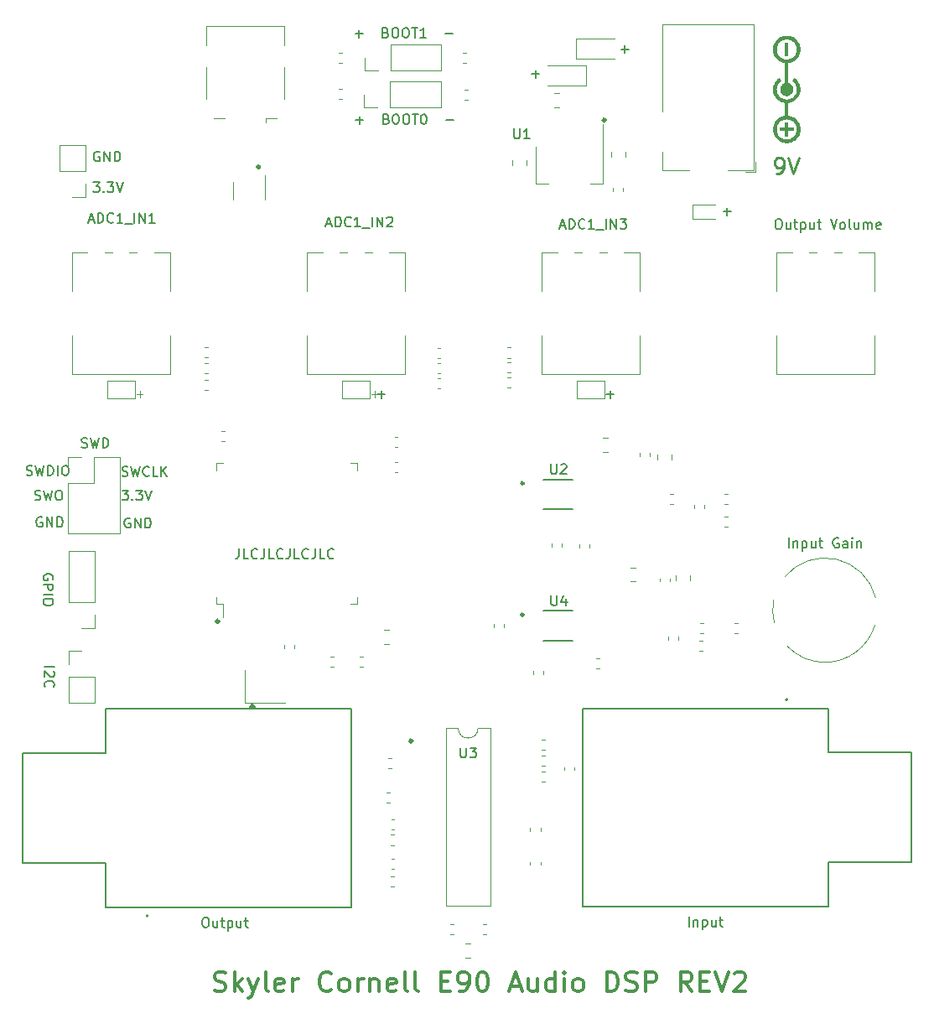
<source format=gto>
G04 #@! TF.GenerationSoftware,KiCad,Pcbnew,(5.1.5-0-10_14)*
G04 #@! TF.CreationDate,2021-04-10T11:01:01-04:00*
G04 #@! TF.ProjectId,E90,4539302e-6b69-4636-9164-5f7063625858,rev?*
G04 #@! TF.SameCoordinates,Original*
G04 #@! TF.FileFunction,Legend,Top*
G04 #@! TF.FilePolarity,Positive*
%FSLAX46Y46*%
G04 Gerber Fmt 4.6, Leading zero omitted, Abs format (unit mm)*
G04 Created by KiCad (PCBNEW (5.1.5-0-10_14)) date 2021-04-10 11:01:01*
%MOMM*%
%LPD*%
G04 APERTURE LIST*
%ADD10C,0.150000*%
%ADD11C,0.300000*%
%ADD12C,0.400000*%
%ADD13C,0.250000*%
%ADD14C,0.010000*%
%ADD15C,0.120000*%
%ADD16C,0.200000*%
%ADD17C,0.127000*%
%ADD18C,0.100000*%
G04 APERTURE END LIST*
D10*
X64130952Y-78352380D02*
X64130952Y-79066666D01*
X64083333Y-79209523D01*
X63988095Y-79304761D01*
X63845238Y-79352380D01*
X63750000Y-79352380D01*
X65083333Y-79352380D02*
X64607142Y-79352380D01*
X64607142Y-78352380D01*
X65988095Y-79257142D02*
X65940476Y-79304761D01*
X65797619Y-79352380D01*
X65702380Y-79352380D01*
X65559523Y-79304761D01*
X65464285Y-79209523D01*
X65416666Y-79114285D01*
X65369047Y-78923809D01*
X65369047Y-78780952D01*
X65416666Y-78590476D01*
X65464285Y-78495238D01*
X65559523Y-78400000D01*
X65702380Y-78352380D01*
X65797619Y-78352380D01*
X65940476Y-78400000D01*
X65988095Y-78447619D01*
X66702380Y-78352380D02*
X66702380Y-79066666D01*
X66654761Y-79209523D01*
X66559523Y-79304761D01*
X66416666Y-79352380D01*
X66321428Y-79352380D01*
X67654761Y-79352380D02*
X67178571Y-79352380D01*
X67178571Y-78352380D01*
X68559523Y-79257142D02*
X68511904Y-79304761D01*
X68369047Y-79352380D01*
X68273809Y-79352380D01*
X68130952Y-79304761D01*
X68035714Y-79209523D01*
X67988095Y-79114285D01*
X67940476Y-78923809D01*
X67940476Y-78780952D01*
X67988095Y-78590476D01*
X68035714Y-78495238D01*
X68130952Y-78400000D01*
X68273809Y-78352380D01*
X68369047Y-78352380D01*
X68511904Y-78400000D01*
X68559523Y-78447619D01*
X69273809Y-78352380D02*
X69273809Y-79066666D01*
X69226190Y-79209523D01*
X69130952Y-79304761D01*
X68988095Y-79352380D01*
X68892857Y-79352380D01*
X70226190Y-79352380D02*
X69750000Y-79352380D01*
X69750000Y-78352380D01*
X71130952Y-79257142D02*
X71083333Y-79304761D01*
X70940476Y-79352380D01*
X70845238Y-79352380D01*
X70702380Y-79304761D01*
X70607142Y-79209523D01*
X70559523Y-79114285D01*
X70511904Y-78923809D01*
X70511904Y-78780952D01*
X70559523Y-78590476D01*
X70607142Y-78495238D01*
X70702380Y-78400000D01*
X70845238Y-78352380D01*
X70940476Y-78352380D01*
X71083333Y-78400000D01*
X71130952Y-78447619D01*
X71845238Y-78352380D02*
X71845238Y-79066666D01*
X71797619Y-79209523D01*
X71702380Y-79304761D01*
X71559523Y-79352380D01*
X71464285Y-79352380D01*
X72797619Y-79352380D02*
X72321428Y-79352380D01*
X72321428Y-78352380D01*
X73702380Y-79257142D02*
X73654761Y-79304761D01*
X73511904Y-79352380D01*
X73416666Y-79352380D01*
X73273809Y-79304761D01*
X73178571Y-79209523D01*
X73130952Y-79114285D01*
X73083333Y-78923809D01*
X73083333Y-78780952D01*
X73130952Y-78590476D01*
X73178571Y-78495238D01*
X73273809Y-78400000D01*
X73416666Y-78352380D01*
X73511904Y-78352380D01*
X73654761Y-78400000D01*
X73702380Y-78447619D01*
D11*
X81625044Y-97750000D02*
G75*
G03X81625044Y-97750000I-125044J0D01*
G01*
X101125044Y-35075000D02*
G75*
G03X101125044Y-35075000I-125044J0D01*
G01*
X66225044Y-39800000D02*
G75*
G03X66225044Y-39800000I-125044J0D01*
G01*
D12*
X65600044Y-94300000D02*
G75*
G03X65600044Y-94300000I-125044J0D01*
G01*
D10*
X93719047Y-30446428D02*
X94480952Y-30446428D01*
X94100000Y-30827380D02*
X94100000Y-30065476D01*
X102719047Y-27946428D02*
X103480952Y-27946428D01*
X103100000Y-28327380D02*
X103100000Y-27565476D01*
X45325000Y-81475000D02*
X45372619Y-81379761D01*
X45372619Y-81236904D01*
X45325000Y-81094047D01*
X45229761Y-80998809D01*
X45134523Y-80951190D01*
X44944047Y-80903571D01*
X44801190Y-80903571D01*
X44610714Y-80951190D01*
X44515476Y-80998809D01*
X44420238Y-81094047D01*
X44372619Y-81236904D01*
X44372619Y-81332142D01*
X44420238Y-81475000D01*
X44467857Y-81522619D01*
X44801190Y-81522619D01*
X44801190Y-81332142D01*
X44372619Y-81951190D02*
X45372619Y-81951190D01*
X45372619Y-82332142D01*
X45325000Y-82427380D01*
X45277380Y-82475000D01*
X45182142Y-82522619D01*
X45039285Y-82522619D01*
X44944047Y-82475000D01*
X44896428Y-82427380D01*
X44848809Y-82332142D01*
X44848809Y-81951190D01*
X44372619Y-82951190D02*
X45372619Y-82951190D01*
X45372619Y-83617857D02*
X45372619Y-83808333D01*
X45325000Y-83903571D01*
X45229761Y-83998809D01*
X45039285Y-84046428D01*
X44705952Y-84046428D01*
X44515476Y-83998809D01*
X44420238Y-83903571D01*
X44372619Y-83808333D01*
X44372619Y-83617857D01*
X44420238Y-83522619D01*
X44515476Y-83427380D01*
X44705952Y-83379761D01*
X45039285Y-83379761D01*
X45229761Y-83427380D01*
X45325000Y-83522619D01*
X45372619Y-83617857D01*
D11*
X62100044Y-85674956D02*
G75*
G03X62100044Y-85674956I-125044J0D01*
G01*
D10*
X113044047Y-44321428D02*
X113805952Y-44321428D01*
X113425000Y-44702380D02*
X113425000Y-43940476D01*
X75921428Y-35096428D02*
X76683333Y-35096428D01*
X76302380Y-35477380D02*
X76302380Y-34715476D01*
X79016666Y-34953571D02*
X79159523Y-35001190D01*
X79207142Y-35048809D01*
X79254761Y-35144047D01*
X79254761Y-35286904D01*
X79207142Y-35382142D01*
X79159523Y-35429761D01*
X79064285Y-35477380D01*
X78683333Y-35477380D01*
X78683333Y-34477380D01*
X79016666Y-34477380D01*
X79111904Y-34525000D01*
X79159523Y-34572619D01*
X79207142Y-34667857D01*
X79207142Y-34763095D01*
X79159523Y-34858333D01*
X79111904Y-34905952D01*
X79016666Y-34953571D01*
X78683333Y-34953571D01*
X79873809Y-34477380D02*
X80064285Y-34477380D01*
X80159523Y-34525000D01*
X80254761Y-34620238D01*
X80302380Y-34810714D01*
X80302380Y-35144047D01*
X80254761Y-35334523D01*
X80159523Y-35429761D01*
X80064285Y-35477380D01*
X79873809Y-35477380D01*
X79778571Y-35429761D01*
X79683333Y-35334523D01*
X79635714Y-35144047D01*
X79635714Y-34810714D01*
X79683333Y-34620238D01*
X79778571Y-34525000D01*
X79873809Y-34477380D01*
X80921428Y-34477380D02*
X81111904Y-34477380D01*
X81207142Y-34525000D01*
X81302380Y-34620238D01*
X81350000Y-34810714D01*
X81350000Y-35144047D01*
X81302380Y-35334523D01*
X81207142Y-35429761D01*
X81111904Y-35477380D01*
X80921428Y-35477380D01*
X80826190Y-35429761D01*
X80730952Y-35334523D01*
X80683333Y-35144047D01*
X80683333Y-34810714D01*
X80730952Y-34620238D01*
X80826190Y-34525000D01*
X80921428Y-34477380D01*
X81635714Y-34477380D02*
X82207142Y-34477380D01*
X81921428Y-35477380D02*
X81921428Y-34477380D01*
X82730952Y-34477380D02*
X82826190Y-34477380D01*
X82921428Y-34525000D01*
X82969047Y-34572619D01*
X83016666Y-34667857D01*
X83064285Y-34858333D01*
X83064285Y-35096428D01*
X83016666Y-35286904D01*
X82969047Y-35382142D01*
X82921428Y-35429761D01*
X82826190Y-35477380D01*
X82730952Y-35477380D01*
X82635714Y-35429761D01*
X82588095Y-35382142D01*
X82540476Y-35286904D01*
X82492857Y-35096428D01*
X82492857Y-34858333D01*
X82540476Y-34667857D01*
X82588095Y-34572619D01*
X82635714Y-34525000D01*
X82730952Y-34477380D01*
X85016666Y-35096428D02*
X85778571Y-35096428D01*
X75871428Y-26371428D02*
X76633333Y-26371428D01*
X76252380Y-26752380D02*
X76252380Y-25990476D01*
X78966666Y-26228571D02*
X79109523Y-26276190D01*
X79157142Y-26323809D01*
X79204761Y-26419047D01*
X79204761Y-26561904D01*
X79157142Y-26657142D01*
X79109523Y-26704761D01*
X79014285Y-26752380D01*
X78633333Y-26752380D01*
X78633333Y-25752380D01*
X78966666Y-25752380D01*
X79061904Y-25800000D01*
X79109523Y-25847619D01*
X79157142Y-25942857D01*
X79157142Y-26038095D01*
X79109523Y-26133333D01*
X79061904Y-26180952D01*
X78966666Y-26228571D01*
X78633333Y-26228571D01*
X79823809Y-25752380D02*
X80014285Y-25752380D01*
X80109523Y-25800000D01*
X80204761Y-25895238D01*
X80252380Y-26085714D01*
X80252380Y-26419047D01*
X80204761Y-26609523D01*
X80109523Y-26704761D01*
X80014285Y-26752380D01*
X79823809Y-26752380D01*
X79728571Y-26704761D01*
X79633333Y-26609523D01*
X79585714Y-26419047D01*
X79585714Y-26085714D01*
X79633333Y-25895238D01*
X79728571Y-25800000D01*
X79823809Y-25752380D01*
X80871428Y-25752380D02*
X81061904Y-25752380D01*
X81157142Y-25800000D01*
X81252380Y-25895238D01*
X81300000Y-26085714D01*
X81300000Y-26419047D01*
X81252380Y-26609523D01*
X81157142Y-26704761D01*
X81061904Y-26752380D01*
X80871428Y-26752380D01*
X80776190Y-26704761D01*
X80680952Y-26609523D01*
X80633333Y-26419047D01*
X80633333Y-26085714D01*
X80680952Y-25895238D01*
X80776190Y-25800000D01*
X80871428Y-25752380D01*
X81585714Y-25752380D02*
X82157142Y-25752380D01*
X81871428Y-26752380D02*
X81871428Y-25752380D01*
X83014285Y-26752380D02*
X82442857Y-26752380D01*
X82728571Y-26752380D02*
X82728571Y-25752380D01*
X82633333Y-25895238D01*
X82538095Y-25990476D01*
X82442857Y-26038095D01*
X84966666Y-26371428D02*
X85728571Y-26371428D01*
D11*
X61665476Y-122959523D02*
X61951190Y-123054761D01*
X62427380Y-123054761D01*
X62617857Y-122959523D01*
X62713095Y-122864285D01*
X62808333Y-122673809D01*
X62808333Y-122483333D01*
X62713095Y-122292857D01*
X62617857Y-122197619D01*
X62427380Y-122102380D01*
X62046428Y-122007142D01*
X61855952Y-121911904D01*
X61760714Y-121816666D01*
X61665476Y-121626190D01*
X61665476Y-121435714D01*
X61760714Y-121245238D01*
X61855952Y-121150000D01*
X62046428Y-121054761D01*
X62522619Y-121054761D01*
X62808333Y-121150000D01*
X63665476Y-123054761D02*
X63665476Y-121054761D01*
X63855952Y-122292857D02*
X64427380Y-123054761D01*
X64427380Y-121721428D02*
X63665476Y-122483333D01*
X65094047Y-121721428D02*
X65570238Y-123054761D01*
X66046428Y-121721428D02*
X65570238Y-123054761D01*
X65379761Y-123530952D01*
X65284523Y-123626190D01*
X65094047Y-123721428D01*
X67094047Y-123054761D02*
X66903571Y-122959523D01*
X66808333Y-122769047D01*
X66808333Y-121054761D01*
X68617857Y-122959523D02*
X68427380Y-123054761D01*
X68046428Y-123054761D01*
X67855952Y-122959523D01*
X67760714Y-122769047D01*
X67760714Y-122007142D01*
X67855952Y-121816666D01*
X68046428Y-121721428D01*
X68427380Y-121721428D01*
X68617857Y-121816666D01*
X68713095Y-122007142D01*
X68713095Y-122197619D01*
X67760714Y-122388095D01*
X69570238Y-123054761D02*
X69570238Y-121721428D01*
X69570238Y-122102380D02*
X69665476Y-121911904D01*
X69760714Y-121816666D01*
X69951190Y-121721428D01*
X70141666Y-121721428D01*
X73475000Y-122864285D02*
X73379761Y-122959523D01*
X73094047Y-123054761D01*
X72903571Y-123054761D01*
X72617857Y-122959523D01*
X72427380Y-122769047D01*
X72332142Y-122578571D01*
X72236904Y-122197619D01*
X72236904Y-121911904D01*
X72332142Y-121530952D01*
X72427380Y-121340476D01*
X72617857Y-121150000D01*
X72903571Y-121054761D01*
X73094047Y-121054761D01*
X73379761Y-121150000D01*
X73475000Y-121245238D01*
X74617857Y-123054761D02*
X74427380Y-122959523D01*
X74332142Y-122864285D01*
X74236904Y-122673809D01*
X74236904Y-122102380D01*
X74332142Y-121911904D01*
X74427380Y-121816666D01*
X74617857Y-121721428D01*
X74903571Y-121721428D01*
X75094047Y-121816666D01*
X75189285Y-121911904D01*
X75284523Y-122102380D01*
X75284523Y-122673809D01*
X75189285Y-122864285D01*
X75094047Y-122959523D01*
X74903571Y-123054761D01*
X74617857Y-123054761D01*
X76141666Y-123054761D02*
X76141666Y-121721428D01*
X76141666Y-122102380D02*
X76236904Y-121911904D01*
X76332142Y-121816666D01*
X76522619Y-121721428D01*
X76713095Y-121721428D01*
X77379761Y-121721428D02*
X77379761Y-123054761D01*
X77379761Y-121911904D02*
X77475000Y-121816666D01*
X77665476Y-121721428D01*
X77951190Y-121721428D01*
X78141666Y-121816666D01*
X78236904Y-122007142D01*
X78236904Y-123054761D01*
X79951190Y-122959523D02*
X79760714Y-123054761D01*
X79379761Y-123054761D01*
X79189285Y-122959523D01*
X79094047Y-122769047D01*
X79094047Y-122007142D01*
X79189285Y-121816666D01*
X79379761Y-121721428D01*
X79760714Y-121721428D01*
X79951190Y-121816666D01*
X80046428Y-122007142D01*
X80046428Y-122197619D01*
X79094047Y-122388095D01*
X81189285Y-123054761D02*
X80998809Y-122959523D01*
X80903571Y-122769047D01*
X80903571Y-121054761D01*
X82236904Y-123054761D02*
X82046428Y-122959523D01*
X81951190Y-122769047D01*
X81951190Y-121054761D01*
X84522619Y-122007142D02*
X85189285Y-122007142D01*
X85475000Y-123054761D02*
X84522619Y-123054761D01*
X84522619Y-121054761D01*
X85475000Y-121054761D01*
X86427380Y-123054761D02*
X86808333Y-123054761D01*
X86998809Y-122959523D01*
X87094047Y-122864285D01*
X87284523Y-122578571D01*
X87379761Y-122197619D01*
X87379761Y-121435714D01*
X87284523Y-121245238D01*
X87189285Y-121150000D01*
X86998809Y-121054761D01*
X86617857Y-121054761D01*
X86427380Y-121150000D01*
X86332142Y-121245238D01*
X86236904Y-121435714D01*
X86236904Y-121911904D01*
X86332142Y-122102380D01*
X86427380Y-122197619D01*
X86617857Y-122292857D01*
X86998809Y-122292857D01*
X87189285Y-122197619D01*
X87284523Y-122102380D01*
X87379761Y-121911904D01*
X88617857Y-121054761D02*
X88808333Y-121054761D01*
X88998809Y-121150000D01*
X89094047Y-121245238D01*
X89189285Y-121435714D01*
X89284523Y-121816666D01*
X89284523Y-122292857D01*
X89189285Y-122673809D01*
X89094047Y-122864285D01*
X88998809Y-122959523D01*
X88808333Y-123054761D01*
X88617857Y-123054761D01*
X88427380Y-122959523D01*
X88332142Y-122864285D01*
X88236904Y-122673809D01*
X88141666Y-122292857D01*
X88141666Y-121816666D01*
X88236904Y-121435714D01*
X88332142Y-121245238D01*
X88427380Y-121150000D01*
X88617857Y-121054761D01*
X91570238Y-122483333D02*
X92522619Y-122483333D01*
X91379761Y-123054761D02*
X92046428Y-121054761D01*
X92713095Y-123054761D01*
X94236904Y-121721428D02*
X94236904Y-123054761D01*
X93379761Y-121721428D02*
X93379761Y-122769047D01*
X93474999Y-122959523D01*
X93665476Y-123054761D01*
X93951190Y-123054761D01*
X94141666Y-122959523D01*
X94236904Y-122864285D01*
X96046428Y-123054761D02*
X96046428Y-121054761D01*
X96046428Y-122959523D02*
X95855952Y-123054761D01*
X95475000Y-123054761D01*
X95284523Y-122959523D01*
X95189285Y-122864285D01*
X95094047Y-122673809D01*
X95094047Y-122102380D01*
X95189285Y-121911904D01*
X95284523Y-121816666D01*
X95475000Y-121721428D01*
X95855952Y-121721428D01*
X96046428Y-121816666D01*
X96998809Y-123054761D02*
X96998809Y-121721428D01*
X96998809Y-121054761D02*
X96903571Y-121150000D01*
X96998809Y-121245238D01*
X97094047Y-121150000D01*
X96998809Y-121054761D01*
X96998809Y-121245238D01*
X98236904Y-123054761D02*
X98046428Y-122959523D01*
X97951190Y-122864285D01*
X97855952Y-122673809D01*
X97855952Y-122102380D01*
X97951190Y-121911904D01*
X98046428Y-121816666D01*
X98236904Y-121721428D01*
X98522619Y-121721428D01*
X98713095Y-121816666D01*
X98808333Y-121911904D01*
X98903571Y-122102380D01*
X98903571Y-122673809D01*
X98808333Y-122864285D01*
X98713095Y-122959523D01*
X98522619Y-123054761D01*
X98236904Y-123054761D01*
X101284523Y-123054761D02*
X101284523Y-121054761D01*
X101760714Y-121054761D01*
X102046428Y-121150000D01*
X102236904Y-121340476D01*
X102332142Y-121530952D01*
X102427380Y-121911904D01*
X102427380Y-122197619D01*
X102332142Y-122578571D01*
X102236904Y-122769047D01*
X102046428Y-122959523D01*
X101760714Y-123054761D01*
X101284523Y-123054761D01*
X103189285Y-122959523D02*
X103474999Y-123054761D01*
X103951190Y-123054761D01*
X104141666Y-122959523D01*
X104236904Y-122864285D01*
X104332142Y-122673809D01*
X104332142Y-122483333D01*
X104236904Y-122292857D01*
X104141666Y-122197619D01*
X103951190Y-122102380D01*
X103570238Y-122007142D01*
X103379761Y-121911904D01*
X103284523Y-121816666D01*
X103189285Y-121626190D01*
X103189285Y-121435714D01*
X103284523Y-121245238D01*
X103379761Y-121150000D01*
X103570238Y-121054761D01*
X104046428Y-121054761D01*
X104332142Y-121150000D01*
X105189285Y-123054761D02*
X105189285Y-121054761D01*
X105951190Y-121054761D01*
X106141666Y-121150000D01*
X106236904Y-121245238D01*
X106332142Y-121435714D01*
X106332142Y-121721428D01*
X106236904Y-121911904D01*
X106141666Y-122007142D01*
X105951190Y-122102380D01*
X105189285Y-122102380D01*
X109855952Y-123054761D02*
X109189285Y-122102380D01*
X108713095Y-123054761D02*
X108713095Y-121054761D01*
X109474999Y-121054761D01*
X109665476Y-121150000D01*
X109760714Y-121245238D01*
X109855952Y-121435714D01*
X109855952Y-121721428D01*
X109760714Y-121911904D01*
X109665476Y-122007142D01*
X109474999Y-122102380D01*
X108713095Y-122102380D01*
X110713095Y-122007142D02*
X111379761Y-122007142D01*
X111665476Y-123054761D02*
X110713095Y-123054761D01*
X110713095Y-121054761D01*
X111665476Y-121054761D01*
X112236904Y-121054761D02*
X112903571Y-123054761D01*
X113570238Y-121054761D01*
X114141666Y-121245238D02*
X114236904Y-121150000D01*
X114427380Y-121054761D01*
X114903571Y-121054761D01*
X115094047Y-121150000D01*
X115189285Y-121245238D01*
X115284523Y-121435714D01*
X115284523Y-121626190D01*
X115189285Y-121911904D01*
X114046428Y-123054761D01*
X115284523Y-123054761D01*
D13*
X118359523Y-40498809D02*
X118664285Y-40498809D01*
X118816666Y-40422619D01*
X118892857Y-40346428D01*
X119045238Y-40117857D01*
X119121428Y-39813095D01*
X119121428Y-39203571D01*
X119045238Y-39051190D01*
X118969047Y-38975000D01*
X118816666Y-38898809D01*
X118511904Y-38898809D01*
X118359523Y-38975000D01*
X118283333Y-39051190D01*
X118207142Y-39203571D01*
X118207142Y-39584523D01*
X118283333Y-39736904D01*
X118359523Y-39813095D01*
X118511904Y-39889285D01*
X118816666Y-39889285D01*
X118969047Y-39813095D01*
X119045238Y-39736904D01*
X119121428Y-39584523D01*
X119578571Y-38898809D02*
X120111904Y-40498809D01*
X120645238Y-38898809D01*
D10*
X50038095Y-38300000D02*
X49942857Y-38252380D01*
X49800000Y-38252380D01*
X49657142Y-38300000D01*
X49561904Y-38395238D01*
X49514285Y-38490476D01*
X49466666Y-38680952D01*
X49466666Y-38823809D01*
X49514285Y-39014285D01*
X49561904Y-39109523D01*
X49657142Y-39204761D01*
X49800000Y-39252380D01*
X49895238Y-39252380D01*
X50038095Y-39204761D01*
X50085714Y-39157142D01*
X50085714Y-38823809D01*
X49895238Y-38823809D01*
X50514285Y-39252380D02*
X50514285Y-38252380D01*
X51085714Y-39252380D01*
X51085714Y-38252380D01*
X51561904Y-39252380D02*
X51561904Y-38252380D01*
X51800000Y-38252380D01*
X51942857Y-38300000D01*
X52038095Y-38395238D01*
X52085714Y-38490476D01*
X52133333Y-38680952D01*
X52133333Y-38823809D01*
X52085714Y-39014285D01*
X52038095Y-39109523D01*
X51942857Y-39204761D01*
X51800000Y-39252380D01*
X51561904Y-39252380D01*
X49423809Y-41352380D02*
X50042857Y-41352380D01*
X49709523Y-41733333D01*
X49852380Y-41733333D01*
X49947619Y-41780952D01*
X49995238Y-41828571D01*
X50042857Y-41923809D01*
X50042857Y-42161904D01*
X49995238Y-42257142D01*
X49947619Y-42304761D01*
X49852380Y-42352380D01*
X49566666Y-42352380D01*
X49471428Y-42304761D01*
X49423809Y-42257142D01*
X50471428Y-42257142D02*
X50519047Y-42304761D01*
X50471428Y-42352380D01*
X50423809Y-42304761D01*
X50471428Y-42257142D01*
X50471428Y-42352380D01*
X50852380Y-41352380D02*
X51471428Y-41352380D01*
X51138095Y-41733333D01*
X51280952Y-41733333D01*
X51376190Y-41780952D01*
X51423809Y-41828571D01*
X51471428Y-41923809D01*
X51471428Y-42161904D01*
X51423809Y-42257142D01*
X51376190Y-42304761D01*
X51280952Y-42352380D01*
X50995238Y-42352380D01*
X50900000Y-42304761D01*
X50852380Y-42257142D01*
X51757142Y-41352380D02*
X52090476Y-42352380D01*
X52423809Y-41352380D01*
X44472619Y-90298809D02*
X45472619Y-90298809D01*
X45377380Y-90727380D02*
X45425000Y-90775000D01*
X45472619Y-90870238D01*
X45472619Y-91108333D01*
X45425000Y-91203571D01*
X45377380Y-91251190D01*
X45282142Y-91298809D01*
X45186904Y-91298809D01*
X45044047Y-91251190D01*
X44472619Y-90679761D01*
X44472619Y-91298809D01*
X44567857Y-92298809D02*
X44520238Y-92251190D01*
X44472619Y-92108333D01*
X44472619Y-92013095D01*
X44520238Y-91870238D01*
X44615476Y-91775000D01*
X44710714Y-91727380D01*
X44901190Y-91679761D01*
X45044047Y-91679761D01*
X45234523Y-91727380D01*
X45329761Y-91775000D01*
X45425000Y-91870238D01*
X45472619Y-92013095D01*
X45472619Y-92108333D01*
X45425000Y-92251190D01*
X45377380Y-92298809D01*
X52338095Y-70979761D02*
X52480952Y-71027380D01*
X52719047Y-71027380D01*
X52814285Y-70979761D01*
X52861904Y-70932142D01*
X52909523Y-70836904D01*
X52909523Y-70741666D01*
X52861904Y-70646428D01*
X52814285Y-70598809D01*
X52719047Y-70551190D01*
X52528571Y-70503571D01*
X52433333Y-70455952D01*
X52385714Y-70408333D01*
X52338095Y-70313095D01*
X52338095Y-70217857D01*
X52385714Y-70122619D01*
X52433333Y-70075000D01*
X52528571Y-70027380D01*
X52766666Y-70027380D01*
X52909523Y-70075000D01*
X53242857Y-70027380D02*
X53480952Y-71027380D01*
X53671428Y-70313095D01*
X53861904Y-71027380D01*
X54100000Y-70027380D01*
X55052380Y-70932142D02*
X55004761Y-70979761D01*
X54861904Y-71027380D01*
X54766666Y-71027380D01*
X54623809Y-70979761D01*
X54528571Y-70884523D01*
X54480952Y-70789285D01*
X54433333Y-70598809D01*
X54433333Y-70455952D01*
X54480952Y-70265476D01*
X54528571Y-70170238D01*
X54623809Y-70075000D01*
X54766666Y-70027380D01*
X54861904Y-70027380D01*
X55004761Y-70075000D01*
X55052380Y-70122619D01*
X55957142Y-71027380D02*
X55480952Y-71027380D01*
X55480952Y-70027380D01*
X56290476Y-71027380D02*
X56290476Y-70027380D01*
X56861904Y-71027380D02*
X56433333Y-70455952D01*
X56861904Y-70027380D02*
X56290476Y-70598809D01*
X52323809Y-72452380D02*
X52942857Y-72452380D01*
X52609523Y-72833333D01*
X52752380Y-72833333D01*
X52847619Y-72880952D01*
X52895238Y-72928571D01*
X52942857Y-73023809D01*
X52942857Y-73261904D01*
X52895238Y-73357142D01*
X52847619Y-73404761D01*
X52752380Y-73452380D01*
X52466666Y-73452380D01*
X52371428Y-73404761D01*
X52323809Y-73357142D01*
X53371428Y-73357142D02*
X53419047Y-73404761D01*
X53371428Y-73452380D01*
X53323809Y-73404761D01*
X53371428Y-73357142D01*
X53371428Y-73452380D01*
X53752380Y-72452380D02*
X54371428Y-72452380D01*
X54038095Y-72833333D01*
X54180952Y-72833333D01*
X54276190Y-72880952D01*
X54323809Y-72928571D01*
X54371428Y-73023809D01*
X54371428Y-73261904D01*
X54323809Y-73357142D01*
X54276190Y-73404761D01*
X54180952Y-73452380D01*
X53895238Y-73452380D01*
X53800000Y-73404761D01*
X53752380Y-73357142D01*
X54657142Y-72452380D02*
X54990476Y-73452380D01*
X55323809Y-72452380D01*
X53138095Y-75300000D02*
X53042857Y-75252380D01*
X52900000Y-75252380D01*
X52757142Y-75300000D01*
X52661904Y-75395238D01*
X52614285Y-75490476D01*
X52566666Y-75680952D01*
X52566666Y-75823809D01*
X52614285Y-76014285D01*
X52661904Y-76109523D01*
X52757142Y-76204761D01*
X52900000Y-76252380D01*
X52995238Y-76252380D01*
X53138095Y-76204761D01*
X53185714Y-76157142D01*
X53185714Y-75823809D01*
X52995238Y-75823809D01*
X53614285Y-76252380D02*
X53614285Y-75252380D01*
X54185714Y-76252380D01*
X54185714Y-75252380D01*
X54661904Y-76252380D02*
X54661904Y-75252380D01*
X54900000Y-75252380D01*
X55042857Y-75300000D01*
X55138095Y-75395238D01*
X55185714Y-75490476D01*
X55233333Y-75680952D01*
X55233333Y-75823809D01*
X55185714Y-76014285D01*
X55138095Y-76109523D01*
X55042857Y-76204761D01*
X54900000Y-76252380D01*
X54661904Y-76252380D01*
X44238095Y-75200000D02*
X44142857Y-75152380D01*
X44000000Y-75152380D01*
X43857142Y-75200000D01*
X43761904Y-75295238D01*
X43714285Y-75390476D01*
X43666666Y-75580952D01*
X43666666Y-75723809D01*
X43714285Y-75914285D01*
X43761904Y-76009523D01*
X43857142Y-76104761D01*
X44000000Y-76152380D01*
X44095238Y-76152380D01*
X44238095Y-76104761D01*
X44285714Y-76057142D01*
X44285714Y-75723809D01*
X44095238Y-75723809D01*
X44714285Y-76152380D02*
X44714285Y-75152380D01*
X45285714Y-76152380D01*
X45285714Y-75152380D01*
X45761904Y-76152380D02*
X45761904Y-75152380D01*
X46000000Y-75152380D01*
X46142857Y-75200000D01*
X46238095Y-75295238D01*
X46285714Y-75390476D01*
X46333333Y-75580952D01*
X46333333Y-75723809D01*
X46285714Y-75914285D01*
X46238095Y-76009523D01*
X46142857Y-76104761D01*
X46000000Y-76152380D01*
X45761904Y-76152380D01*
X43519047Y-73404761D02*
X43661904Y-73452380D01*
X43900000Y-73452380D01*
X43995238Y-73404761D01*
X44042857Y-73357142D01*
X44090476Y-73261904D01*
X44090476Y-73166666D01*
X44042857Y-73071428D01*
X43995238Y-73023809D01*
X43900000Y-72976190D01*
X43709523Y-72928571D01*
X43614285Y-72880952D01*
X43566666Y-72833333D01*
X43519047Y-72738095D01*
X43519047Y-72642857D01*
X43566666Y-72547619D01*
X43614285Y-72500000D01*
X43709523Y-72452380D01*
X43947619Y-72452380D01*
X44090476Y-72500000D01*
X44423809Y-72452380D02*
X44661904Y-73452380D01*
X44852380Y-72738095D01*
X45042857Y-73452380D01*
X45280952Y-72452380D01*
X45852380Y-72452380D02*
X46042857Y-72452380D01*
X46138095Y-72500000D01*
X46233333Y-72595238D01*
X46280952Y-72785714D01*
X46280952Y-73119047D01*
X46233333Y-73309523D01*
X46138095Y-73404761D01*
X46042857Y-73452380D01*
X45852380Y-73452380D01*
X45757142Y-73404761D01*
X45661904Y-73309523D01*
X45614285Y-73119047D01*
X45614285Y-72785714D01*
X45661904Y-72595238D01*
X45757142Y-72500000D01*
X45852380Y-72452380D01*
X42680952Y-70904761D02*
X42823809Y-70952380D01*
X43061904Y-70952380D01*
X43157142Y-70904761D01*
X43204761Y-70857142D01*
X43252380Y-70761904D01*
X43252380Y-70666666D01*
X43204761Y-70571428D01*
X43157142Y-70523809D01*
X43061904Y-70476190D01*
X42871428Y-70428571D01*
X42776190Y-70380952D01*
X42728571Y-70333333D01*
X42680952Y-70238095D01*
X42680952Y-70142857D01*
X42728571Y-70047619D01*
X42776190Y-70000000D01*
X42871428Y-69952380D01*
X43109523Y-69952380D01*
X43252380Y-70000000D01*
X43585714Y-69952380D02*
X43823809Y-70952380D01*
X44014285Y-70238095D01*
X44204761Y-70952380D01*
X44442857Y-69952380D01*
X44823809Y-70952380D02*
X44823809Y-69952380D01*
X45061904Y-69952380D01*
X45204761Y-70000000D01*
X45300000Y-70095238D01*
X45347619Y-70190476D01*
X45395238Y-70380952D01*
X45395238Y-70523809D01*
X45347619Y-70714285D01*
X45300000Y-70809523D01*
X45204761Y-70904761D01*
X45061904Y-70952380D01*
X44823809Y-70952380D01*
X45823809Y-70952380D02*
X45823809Y-69952380D01*
X46490476Y-69952380D02*
X46680952Y-69952380D01*
X46776190Y-70000000D01*
X46871428Y-70095238D01*
X46919047Y-70285714D01*
X46919047Y-70619047D01*
X46871428Y-70809523D01*
X46776190Y-70904761D01*
X46680952Y-70952380D01*
X46490476Y-70952380D01*
X46395238Y-70904761D01*
X46300000Y-70809523D01*
X46252380Y-70619047D01*
X46252380Y-70285714D01*
X46300000Y-70095238D01*
X46395238Y-70000000D01*
X46490476Y-69952380D01*
X101219047Y-62771428D02*
X101980952Y-62771428D01*
X101600000Y-63152380D02*
X101600000Y-62390476D01*
X78119047Y-62771428D02*
X78880952Y-62771428D01*
X78500000Y-63152380D02*
X78500000Y-62390476D01*
X60666190Y-115572380D02*
X60856666Y-115572380D01*
X60951904Y-115620000D01*
X61047142Y-115715238D01*
X61094761Y-115905714D01*
X61094761Y-116239047D01*
X61047142Y-116429523D01*
X60951904Y-116524761D01*
X60856666Y-116572380D01*
X60666190Y-116572380D01*
X60570952Y-116524761D01*
X60475714Y-116429523D01*
X60428095Y-116239047D01*
X60428095Y-115905714D01*
X60475714Y-115715238D01*
X60570952Y-115620000D01*
X60666190Y-115572380D01*
X61951904Y-115905714D02*
X61951904Y-116572380D01*
X61523333Y-115905714D02*
X61523333Y-116429523D01*
X61570952Y-116524761D01*
X61666190Y-116572380D01*
X61809047Y-116572380D01*
X61904285Y-116524761D01*
X61951904Y-116477142D01*
X62285238Y-115905714D02*
X62666190Y-115905714D01*
X62428095Y-115572380D02*
X62428095Y-116429523D01*
X62475714Y-116524761D01*
X62570952Y-116572380D01*
X62666190Y-116572380D01*
X62999523Y-115905714D02*
X62999523Y-116905714D01*
X62999523Y-115953333D02*
X63094761Y-115905714D01*
X63285238Y-115905714D01*
X63380476Y-115953333D01*
X63428095Y-116000952D01*
X63475714Y-116096190D01*
X63475714Y-116381904D01*
X63428095Y-116477142D01*
X63380476Y-116524761D01*
X63285238Y-116572380D01*
X63094761Y-116572380D01*
X62999523Y-116524761D01*
X64332857Y-115905714D02*
X64332857Y-116572380D01*
X63904285Y-115905714D02*
X63904285Y-116429523D01*
X63951904Y-116524761D01*
X64047142Y-116572380D01*
X64190000Y-116572380D01*
X64285238Y-116524761D01*
X64332857Y-116477142D01*
X64666190Y-115905714D02*
X65047142Y-115905714D01*
X64809047Y-115572380D02*
X64809047Y-116429523D01*
X64856666Y-116524761D01*
X64951904Y-116572380D01*
X65047142Y-116572380D01*
X109567142Y-116472380D02*
X109567142Y-115472380D01*
X110043333Y-115805714D02*
X110043333Y-116472380D01*
X110043333Y-115900952D02*
X110090952Y-115853333D01*
X110186190Y-115805714D01*
X110329047Y-115805714D01*
X110424285Y-115853333D01*
X110471904Y-115948571D01*
X110471904Y-116472380D01*
X110948095Y-115805714D02*
X110948095Y-116805714D01*
X110948095Y-115853333D02*
X111043333Y-115805714D01*
X111233809Y-115805714D01*
X111329047Y-115853333D01*
X111376666Y-115900952D01*
X111424285Y-115996190D01*
X111424285Y-116281904D01*
X111376666Y-116377142D01*
X111329047Y-116424761D01*
X111233809Y-116472380D01*
X111043333Y-116472380D01*
X110948095Y-116424761D01*
X112281428Y-115805714D02*
X112281428Y-116472380D01*
X111852857Y-115805714D02*
X111852857Y-116329523D01*
X111900476Y-116424761D01*
X111995714Y-116472380D01*
X112138571Y-116472380D01*
X112233809Y-116424761D01*
X112281428Y-116377142D01*
X112614761Y-115805714D02*
X112995714Y-115805714D01*
X112757619Y-115472380D02*
X112757619Y-116329523D01*
X112805238Y-116424761D01*
X112900476Y-116472380D01*
X112995714Y-116472380D01*
X119633333Y-78252380D02*
X119633333Y-77252380D01*
X120109523Y-77585714D02*
X120109523Y-78252380D01*
X120109523Y-77680952D02*
X120157142Y-77633333D01*
X120252380Y-77585714D01*
X120395238Y-77585714D01*
X120490476Y-77633333D01*
X120538095Y-77728571D01*
X120538095Y-78252380D01*
X121014285Y-77585714D02*
X121014285Y-78585714D01*
X121014285Y-77633333D02*
X121109523Y-77585714D01*
X121300000Y-77585714D01*
X121395238Y-77633333D01*
X121442857Y-77680952D01*
X121490476Y-77776190D01*
X121490476Y-78061904D01*
X121442857Y-78157142D01*
X121395238Y-78204761D01*
X121300000Y-78252380D01*
X121109523Y-78252380D01*
X121014285Y-78204761D01*
X122347619Y-77585714D02*
X122347619Y-78252380D01*
X121919047Y-77585714D02*
X121919047Y-78109523D01*
X121966666Y-78204761D01*
X122061904Y-78252380D01*
X122204761Y-78252380D01*
X122300000Y-78204761D01*
X122347619Y-78157142D01*
X122680952Y-77585714D02*
X123061904Y-77585714D01*
X122823809Y-77252380D02*
X122823809Y-78109523D01*
X122871428Y-78204761D01*
X122966666Y-78252380D01*
X123061904Y-78252380D01*
X124680952Y-77300000D02*
X124585714Y-77252380D01*
X124442857Y-77252380D01*
X124300000Y-77300000D01*
X124204761Y-77395238D01*
X124157142Y-77490476D01*
X124109523Y-77680952D01*
X124109523Y-77823809D01*
X124157142Y-78014285D01*
X124204761Y-78109523D01*
X124300000Y-78204761D01*
X124442857Y-78252380D01*
X124538095Y-78252380D01*
X124680952Y-78204761D01*
X124728571Y-78157142D01*
X124728571Y-77823809D01*
X124538095Y-77823809D01*
X125585714Y-78252380D02*
X125585714Y-77728571D01*
X125538095Y-77633333D01*
X125442857Y-77585714D01*
X125252380Y-77585714D01*
X125157142Y-77633333D01*
X125585714Y-78204761D02*
X125490476Y-78252380D01*
X125252380Y-78252380D01*
X125157142Y-78204761D01*
X125109523Y-78109523D01*
X125109523Y-78014285D01*
X125157142Y-77919047D01*
X125252380Y-77871428D01*
X125490476Y-77871428D01*
X125585714Y-77823809D01*
X126061904Y-78252380D02*
X126061904Y-77585714D01*
X126061904Y-77252380D02*
X126014285Y-77300000D01*
X126061904Y-77347619D01*
X126109523Y-77300000D01*
X126061904Y-77252380D01*
X126061904Y-77347619D01*
X126538095Y-77585714D02*
X126538095Y-78252380D01*
X126538095Y-77680952D02*
X126585714Y-77633333D01*
X126680952Y-77585714D01*
X126823809Y-77585714D01*
X126919047Y-77633333D01*
X126966666Y-77728571D01*
X126966666Y-78252380D01*
D14*
G36*
X119542791Y-27246296D02*
G01*
X119542791Y-28581812D01*
X119274008Y-28581812D01*
X119274008Y-27246296D01*
X119542791Y-27246296D01*
G37*
X119542791Y-27246296D02*
X119542791Y-28581812D01*
X119274008Y-28581812D01*
X119274008Y-27246296D01*
X119542791Y-27246296D01*
G36*
X119274008Y-35847355D02*
G01*
X119274008Y-35309788D01*
X119542791Y-35309788D01*
X119542791Y-35847355D01*
X120080358Y-35847355D01*
X120080358Y-36116138D01*
X119542791Y-36116138D01*
X119542791Y-36653704D01*
X119274008Y-36653704D01*
X119274008Y-36116138D01*
X118736442Y-36116138D01*
X118736442Y-35847355D01*
X119274008Y-35847355D01*
G37*
X119274008Y-35847355D02*
X119274008Y-35309788D01*
X119542791Y-35309788D01*
X119542791Y-35847355D01*
X120080358Y-35847355D01*
X120080358Y-36116138D01*
X119542791Y-36116138D01*
X119542791Y-36653704D01*
X119274008Y-36653704D01*
X119274008Y-36116138D01*
X118736442Y-36116138D01*
X118736442Y-35847355D01*
X119274008Y-35847355D01*
G36*
X118074643Y-27759003D02*
G01*
X118097909Y-27614565D01*
X118136076Y-27473351D01*
X118189169Y-27336975D01*
X118225549Y-27263095D01*
X118291064Y-27153353D01*
X118366875Y-27052072D01*
X118454673Y-26956446D01*
X118564877Y-26857978D01*
X118683592Y-26773786D01*
X118811197Y-26703668D01*
X118948071Y-26647420D01*
X119094592Y-26604840D01*
X119122267Y-26598558D01*
X119169172Y-26590678D01*
X119228541Y-26584227D01*
X119296086Y-26579354D01*
X119367523Y-26576207D01*
X119438562Y-26574936D01*
X119504919Y-26575690D01*
X119562307Y-26578620D01*
X119595113Y-26582082D01*
X119745931Y-26611203D01*
X119889341Y-26655196D01*
X120024901Y-26713846D01*
X120152175Y-26786938D01*
X120270723Y-26874258D01*
X120361301Y-26956515D01*
X120459163Y-27065237D01*
X120543318Y-27183182D01*
X120613982Y-27310748D01*
X120671374Y-27448335D01*
X120715711Y-27596342D01*
X120720074Y-27614438D01*
X120727967Y-27659283D01*
X120734161Y-27717175D01*
X120738613Y-27784446D01*
X120741275Y-27857426D01*
X120742104Y-27932445D01*
X120741054Y-28005834D01*
X120738080Y-28073923D01*
X120733137Y-28133043D01*
X120726978Y-28175488D01*
X120691131Y-28320394D01*
X120640690Y-28458722D01*
X120576371Y-28589377D01*
X120498889Y-28711265D01*
X120408957Y-28823290D01*
X120307290Y-28924358D01*
X120194602Y-29013374D01*
X120168552Y-29031133D01*
X120067853Y-29091052D01*
X119958758Y-29143626D01*
X119845996Y-29186958D01*
X119734300Y-29219151D01*
X119664584Y-29233192D01*
X119626879Y-29239401D01*
X119593739Y-29244945D01*
X119569779Y-29249048D01*
X119561690Y-29250503D01*
X119542791Y-29254090D01*
X119542791Y-31334656D01*
X119582689Y-31345335D01*
X119661356Y-31373775D01*
X119739170Y-31415545D01*
X119811705Y-31467657D01*
X119874537Y-31527120D01*
X119903534Y-31562113D01*
X119949726Y-31630226D01*
X119983711Y-31696505D01*
X120007030Y-31765407D01*
X120021222Y-31841392D01*
X120027527Y-31920966D01*
X120027800Y-32001215D01*
X120020680Y-32071522D01*
X120005009Y-32137545D01*
X119979631Y-32204942D01*
X119961441Y-32243982D01*
X119942523Y-32279745D01*
X119922544Y-32310542D01*
X119897993Y-32341012D01*
X119865358Y-32375794D01*
X119850063Y-32391152D01*
X119779680Y-32453613D01*
X119708038Y-32501290D01*
X119632127Y-32535474D01*
X119548936Y-32557451D01*
X119455456Y-32568512D01*
X119433287Y-32569606D01*
X119375171Y-32569327D01*
X119375171Y-28960566D01*
X119499403Y-28957184D01*
X119621635Y-28941043D01*
X119739238Y-28912480D01*
X119849584Y-28871830D01*
X119942321Y-28824114D01*
X119985116Y-28796620D01*
X120032192Y-28763286D01*
X120079254Y-28727428D01*
X120122008Y-28692357D01*
X120156159Y-28661389D01*
X120165458Y-28651949D01*
X120249640Y-28550700D01*
X120319910Y-28440792D01*
X120375892Y-28323506D01*
X120417216Y-28200127D01*
X120443507Y-28071936D01*
X120454393Y-27940218D01*
X120449501Y-27806254D01*
X120437349Y-27716667D01*
X120406792Y-27589379D01*
X120361619Y-27469421D01*
X120302727Y-27357678D01*
X120231013Y-27255035D01*
X120147375Y-27162375D01*
X120052710Y-27080585D01*
X119947914Y-27010547D01*
X119833885Y-26953147D01*
X119711520Y-26909269D01*
X119589988Y-26881194D01*
X119550397Y-26875960D01*
X119500922Y-26871750D01*
X119448473Y-26869056D01*
X119408780Y-26868320D01*
X119271421Y-26875989D01*
X119140769Y-26898923D01*
X119017102Y-26937009D01*
X118900697Y-26990136D01*
X118791832Y-27058194D01*
X118690786Y-27141070D01*
X118664482Y-27166368D01*
X118577072Y-27264810D01*
X118503938Y-27372102D01*
X118445091Y-27488225D01*
X118400544Y-27613155D01*
X118377739Y-27706505D01*
X118369878Y-27759780D01*
X118364853Y-27824202D01*
X118362655Y-27894878D01*
X118363272Y-27966913D01*
X118366697Y-28035412D01*
X118372918Y-28095481D01*
X118378576Y-28128241D01*
X118412963Y-28256606D01*
X118459301Y-28373949D01*
X118518429Y-28481847D01*
X118591187Y-28581878D01*
X118660469Y-28658000D01*
X118758233Y-28745271D01*
X118862502Y-28817257D01*
X118974331Y-28874561D01*
X119094776Y-28917787D01*
X119131217Y-28927713D01*
X119251567Y-28950854D01*
X119375171Y-28960566D01*
X119375171Y-32569327D01*
X119349835Y-32569205D01*
X119275868Y-32560297D01*
X119205771Y-32541727D01*
X119133926Y-32512339D01*
X119118618Y-32504947D01*
X119034780Y-32454581D01*
X118961895Y-32392560D01*
X118900578Y-32320466D01*
X118851441Y-32239882D01*
X118815097Y-32152393D01*
X118792161Y-32059580D01*
X118783244Y-31963028D01*
X118788960Y-31864320D01*
X118809923Y-31765038D01*
X118819878Y-31733620D01*
X118845115Y-31669375D01*
X118874719Y-31613953D01*
X118912040Y-31562101D01*
X118960429Y-31508565D01*
X118968812Y-31500102D01*
X119006120Y-31464451D01*
X119038927Y-31437673D01*
X119073142Y-31415460D01*
X119114678Y-31393503D01*
X119115803Y-31392949D01*
X119153707Y-31375278D01*
X119190877Y-31359617D01*
X119221768Y-31348233D01*
X119234111Y-31344606D01*
X119274008Y-31334844D01*
X119274008Y-30294873D01*
X119273999Y-30140957D01*
X119273963Y-30002969D01*
X119273888Y-29880039D01*
X119273761Y-29771296D01*
X119273571Y-29675869D01*
X119273306Y-29592888D01*
X119272952Y-29521482D01*
X119272497Y-29460780D01*
X119271931Y-29409912D01*
X119271239Y-29368007D01*
X119270410Y-29334195D01*
X119269432Y-29307604D01*
X119268292Y-29287365D01*
X119266979Y-29272606D01*
X119265479Y-29262457D01*
X119263781Y-29256048D01*
X119261872Y-29252507D01*
X119259741Y-29250963D01*
X119259309Y-29250824D01*
X119243247Y-29247704D01*
X119216978Y-29243869D01*
X119194213Y-29241079D01*
X119123000Y-29229188D01*
X119042772Y-29209240D01*
X118958250Y-29182857D01*
X118874154Y-29151656D01*
X118795202Y-29117258D01*
X118726115Y-29081280D01*
X118722815Y-29079358D01*
X118599464Y-28997585D01*
X118486426Y-28903232D01*
X118384887Y-28797487D01*
X118296032Y-28681536D01*
X118246538Y-28602811D01*
X118180932Y-28472972D01*
X118130076Y-28336660D01*
X118093993Y-28195491D01*
X118072710Y-28051082D01*
X118066252Y-27905047D01*
X118074643Y-27759003D01*
G37*
X118074643Y-27759003D02*
X118097909Y-27614565D01*
X118136076Y-27473351D01*
X118189169Y-27336975D01*
X118225549Y-27263095D01*
X118291064Y-27153353D01*
X118366875Y-27052072D01*
X118454673Y-26956446D01*
X118564877Y-26857978D01*
X118683592Y-26773786D01*
X118811197Y-26703668D01*
X118948071Y-26647420D01*
X119094592Y-26604840D01*
X119122267Y-26598558D01*
X119169172Y-26590678D01*
X119228541Y-26584227D01*
X119296086Y-26579354D01*
X119367523Y-26576207D01*
X119438562Y-26574936D01*
X119504919Y-26575690D01*
X119562307Y-26578620D01*
X119595113Y-26582082D01*
X119745931Y-26611203D01*
X119889341Y-26655196D01*
X120024901Y-26713846D01*
X120152175Y-26786938D01*
X120270723Y-26874258D01*
X120361301Y-26956515D01*
X120459163Y-27065237D01*
X120543318Y-27183182D01*
X120613982Y-27310748D01*
X120671374Y-27448335D01*
X120715711Y-27596342D01*
X120720074Y-27614438D01*
X120727967Y-27659283D01*
X120734161Y-27717175D01*
X120738613Y-27784446D01*
X120741275Y-27857426D01*
X120742104Y-27932445D01*
X120741054Y-28005834D01*
X120738080Y-28073923D01*
X120733137Y-28133043D01*
X120726978Y-28175488D01*
X120691131Y-28320394D01*
X120640690Y-28458722D01*
X120576371Y-28589377D01*
X120498889Y-28711265D01*
X120408957Y-28823290D01*
X120307290Y-28924358D01*
X120194602Y-29013374D01*
X120168552Y-29031133D01*
X120067853Y-29091052D01*
X119958758Y-29143626D01*
X119845996Y-29186958D01*
X119734300Y-29219151D01*
X119664584Y-29233192D01*
X119626879Y-29239401D01*
X119593739Y-29244945D01*
X119569779Y-29249048D01*
X119561690Y-29250503D01*
X119542791Y-29254090D01*
X119542791Y-31334656D01*
X119582689Y-31345335D01*
X119661356Y-31373775D01*
X119739170Y-31415545D01*
X119811705Y-31467657D01*
X119874537Y-31527120D01*
X119903534Y-31562113D01*
X119949726Y-31630226D01*
X119983711Y-31696505D01*
X120007030Y-31765407D01*
X120021222Y-31841392D01*
X120027527Y-31920966D01*
X120027800Y-32001215D01*
X120020680Y-32071522D01*
X120005009Y-32137545D01*
X119979631Y-32204942D01*
X119961441Y-32243982D01*
X119942523Y-32279745D01*
X119922544Y-32310542D01*
X119897993Y-32341012D01*
X119865358Y-32375794D01*
X119850063Y-32391152D01*
X119779680Y-32453613D01*
X119708038Y-32501290D01*
X119632127Y-32535474D01*
X119548936Y-32557451D01*
X119455456Y-32568512D01*
X119433287Y-32569606D01*
X119375171Y-32569327D01*
X119375171Y-28960566D01*
X119499403Y-28957184D01*
X119621635Y-28941043D01*
X119739238Y-28912480D01*
X119849584Y-28871830D01*
X119942321Y-28824114D01*
X119985116Y-28796620D01*
X120032192Y-28763286D01*
X120079254Y-28727428D01*
X120122008Y-28692357D01*
X120156159Y-28661389D01*
X120165458Y-28651949D01*
X120249640Y-28550700D01*
X120319910Y-28440792D01*
X120375892Y-28323506D01*
X120417216Y-28200127D01*
X120443507Y-28071936D01*
X120454393Y-27940218D01*
X120449501Y-27806254D01*
X120437349Y-27716667D01*
X120406792Y-27589379D01*
X120361619Y-27469421D01*
X120302727Y-27357678D01*
X120231013Y-27255035D01*
X120147375Y-27162375D01*
X120052710Y-27080585D01*
X119947914Y-27010547D01*
X119833885Y-26953147D01*
X119711520Y-26909269D01*
X119589988Y-26881194D01*
X119550397Y-26875960D01*
X119500922Y-26871750D01*
X119448473Y-26869056D01*
X119408780Y-26868320D01*
X119271421Y-26875989D01*
X119140769Y-26898923D01*
X119017102Y-26937009D01*
X118900697Y-26990136D01*
X118791832Y-27058194D01*
X118690786Y-27141070D01*
X118664482Y-27166368D01*
X118577072Y-27264810D01*
X118503938Y-27372102D01*
X118445091Y-27488225D01*
X118400544Y-27613155D01*
X118377739Y-27706505D01*
X118369878Y-27759780D01*
X118364853Y-27824202D01*
X118362655Y-27894878D01*
X118363272Y-27966913D01*
X118366697Y-28035412D01*
X118372918Y-28095481D01*
X118378576Y-28128241D01*
X118412963Y-28256606D01*
X118459301Y-28373949D01*
X118518429Y-28481847D01*
X118591187Y-28581878D01*
X118660469Y-28658000D01*
X118758233Y-28745271D01*
X118862502Y-28817257D01*
X118974331Y-28874561D01*
X119094776Y-28917787D01*
X119131217Y-28927713D01*
X119251567Y-28950854D01*
X119375171Y-28960566D01*
X119375171Y-32569327D01*
X119349835Y-32569205D01*
X119275868Y-32560297D01*
X119205771Y-32541727D01*
X119133926Y-32512339D01*
X119118618Y-32504947D01*
X119034780Y-32454581D01*
X118961895Y-32392560D01*
X118900578Y-32320466D01*
X118851441Y-32239882D01*
X118815097Y-32152393D01*
X118792161Y-32059580D01*
X118783244Y-31963028D01*
X118788960Y-31864320D01*
X118809923Y-31765038D01*
X118819878Y-31733620D01*
X118845115Y-31669375D01*
X118874719Y-31613953D01*
X118912040Y-31562101D01*
X118960429Y-31508565D01*
X118968812Y-31500102D01*
X119006120Y-31464451D01*
X119038927Y-31437673D01*
X119073142Y-31415460D01*
X119114678Y-31393503D01*
X119115803Y-31392949D01*
X119153707Y-31375278D01*
X119190877Y-31359617D01*
X119221768Y-31348233D01*
X119234111Y-31344606D01*
X119274008Y-31334844D01*
X119274008Y-30294873D01*
X119273999Y-30140957D01*
X119273963Y-30002969D01*
X119273888Y-29880039D01*
X119273761Y-29771296D01*
X119273571Y-29675869D01*
X119273306Y-29592888D01*
X119272952Y-29521482D01*
X119272497Y-29460780D01*
X119271931Y-29409912D01*
X119271239Y-29368007D01*
X119270410Y-29334195D01*
X119269432Y-29307604D01*
X119268292Y-29287365D01*
X119266979Y-29272606D01*
X119265479Y-29262457D01*
X119263781Y-29256048D01*
X119261872Y-29252507D01*
X119259741Y-29250963D01*
X119259309Y-29250824D01*
X119243247Y-29247704D01*
X119216978Y-29243869D01*
X119194213Y-29241079D01*
X119123000Y-29229188D01*
X119042772Y-29209240D01*
X118958250Y-29182857D01*
X118874154Y-29151656D01*
X118795202Y-29117258D01*
X118726115Y-29081280D01*
X118722815Y-29079358D01*
X118599464Y-28997585D01*
X118486426Y-28903232D01*
X118384887Y-28797487D01*
X118296032Y-28681536D01*
X118246538Y-28602811D01*
X118180932Y-28472972D01*
X118130076Y-28336660D01*
X118093993Y-28195491D01*
X118072710Y-28051082D01*
X118066252Y-27905047D01*
X118074643Y-27759003D01*
G36*
X118080464Y-35783132D02*
G01*
X118107264Y-35642637D01*
X118147683Y-35506680D01*
X118201376Y-35376838D01*
X118267998Y-35254688D01*
X118347203Y-35141808D01*
X118395349Y-35084971D01*
X118498076Y-34981399D01*
X118605521Y-34893056D01*
X118719774Y-34818575D01*
X118842926Y-34756592D01*
X118975827Y-34706148D01*
X119026675Y-34690819D01*
X119081532Y-34676447D01*
X119136266Y-34663922D01*
X119186745Y-34654130D01*
X119228837Y-34647962D01*
X119254490Y-34646230D01*
X119274008Y-34646230D01*
X119274008Y-33286277D01*
X119242510Y-33281093D01*
X119143730Y-33262853D01*
X119057306Y-33242496D01*
X118996826Y-33224877D01*
X118863345Y-33173830D01*
X118736065Y-33108022D01*
X118616272Y-33028703D01*
X118505254Y-32937124D01*
X118404299Y-32834536D01*
X118314693Y-32722191D01*
X118237726Y-32601338D01*
X118174683Y-32473229D01*
X118145630Y-32397892D01*
X118103239Y-32251475D01*
X118077353Y-32104169D01*
X118067817Y-31956961D01*
X118074479Y-31810839D01*
X118097183Y-31666793D01*
X118135777Y-31525810D01*
X118190106Y-31388878D01*
X118260017Y-31256986D01*
X118342232Y-31135251D01*
X118372462Y-31097437D01*
X118407544Y-31057317D01*
X118445658Y-31016584D01*
X118484985Y-30976932D01*
X118523704Y-30940052D01*
X118559996Y-30907637D01*
X118592040Y-30881380D01*
X118618017Y-30862973D01*
X118636106Y-30854109D01*
X118643616Y-30854961D01*
X118650447Y-30864054D01*
X118665052Y-30884468D01*
X118685661Y-30913700D01*
X118710507Y-30949245D01*
X118727864Y-30974223D01*
X118805488Y-31086177D01*
X118785950Y-31099862D01*
X118698852Y-31170358D01*
X118618179Y-31254440D01*
X118545637Y-31349571D01*
X118482933Y-31453214D01*
X118431773Y-31562833D01*
X118393864Y-31675890D01*
X118390889Y-31687202D01*
X118366845Y-31814320D01*
X118358837Y-31943471D01*
X118366553Y-32072823D01*
X118389680Y-32200544D01*
X118427907Y-32324801D01*
X118480921Y-32443762D01*
X118535615Y-32536689D01*
X118563516Y-32574551D01*
X118600858Y-32619063D01*
X118643993Y-32666343D01*
X118689272Y-32712507D01*
X118733049Y-32753674D01*
X118764838Y-32780641D01*
X118860273Y-32846529D01*
X118968326Y-32903156D01*
X119087027Y-32949593D01*
X119181614Y-32977115D01*
X119230517Y-32986141D01*
X119291405Y-32992428D01*
X119359685Y-32995944D01*
X119430762Y-32996661D01*
X119500042Y-32994548D01*
X119562932Y-32989575D01*
X119614838Y-32981712D01*
X119622586Y-32980005D01*
X119754055Y-32941429D01*
X119876975Y-32889529D01*
X119990395Y-32824938D01*
X120093362Y-32748292D01*
X120184923Y-32660225D01*
X120264126Y-32561372D01*
X120275445Y-32544811D01*
X120343262Y-32431331D01*
X120394972Y-32317221D01*
X120431206Y-32200446D01*
X120452597Y-32078970D01*
X120459776Y-31951616D01*
X120452087Y-31817684D01*
X120428477Y-31688350D01*
X120389283Y-31564473D01*
X120334840Y-31446915D01*
X120265486Y-31336536D01*
X120181559Y-31234197D01*
X120177036Y-31229360D01*
X120145339Y-31197015D01*
X120111764Y-31164946D01*
X120081439Y-31137967D01*
X120068080Y-31127100D01*
X120044951Y-31108172D01*
X120028295Y-31092472D01*
X120021575Y-31083278D01*
X120021561Y-31083072D01*
X120026045Y-31074633D01*
X120038240Y-31055205D01*
X120056259Y-31027590D01*
X120078218Y-30994587D01*
X120102230Y-30958996D01*
X120126409Y-30923618D01*
X120148871Y-30891252D01*
X120167729Y-30864700D01*
X120178013Y-30850757D01*
X120185784Y-30853679D01*
X120204052Y-30866367D01*
X120230878Y-30887293D01*
X120264321Y-30914933D01*
X120302441Y-30947759D01*
X120311343Y-30955598D01*
X120401461Y-31045073D01*
X120484890Y-31147286D01*
X120559352Y-31258765D01*
X120622572Y-31376039D01*
X120672274Y-31495636D01*
X120679703Y-31517427D01*
X120698594Y-31577429D01*
X120713075Y-31630661D01*
X120723795Y-31681275D01*
X120731403Y-31733421D01*
X120736549Y-31791249D01*
X120739880Y-31858910D01*
X120741430Y-31912203D01*
X120742705Y-31975175D01*
X120743050Y-32025019D01*
X120742288Y-32065389D01*
X120740241Y-32099939D01*
X120736732Y-32132323D01*
X120731583Y-32166195D01*
X120728129Y-32185995D01*
X120700175Y-32305836D01*
X120659862Y-32427022D01*
X120609260Y-32544324D01*
X120550436Y-32652510D01*
X120532249Y-32681258D01*
X120450076Y-32792598D01*
X120355714Y-32895546D01*
X120250994Y-32988892D01*
X120137750Y-33071427D01*
X120017811Y-33141942D01*
X119893012Y-33199225D01*
X119765183Y-33242068D01*
X119643585Y-33268141D01*
X119610239Y-33273429D01*
X119581330Y-33278257D01*
X119562680Y-33281649D01*
X119561690Y-33281853D01*
X119542791Y-33285836D01*
X119542791Y-34644273D01*
X119598408Y-34650229D01*
X119694565Y-34665871D01*
X119797249Y-34692115D01*
X119901553Y-34727255D01*
X120002571Y-34769585D01*
X120095394Y-34817400D01*
X120118155Y-34830871D01*
X120238108Y-34913811D01*
X120347424Y-35009173D01*
X120445305Y-35115764D01*
X120530956Y-35232391D01*
X120603578Y-35357860D01*
X120662375Y-35490978D01*
X120706548Y-35630551D01*
X120731233Y-35748574D01*
X120736257Y-35791356D01*
X120739892Y-35846507D01*
X120742138Y-35909987D01*
X120742995Y-35977758D01*
X120742460Y-36045783D01*
X120740533Y-36110022D01*
X120737214Y-36166439D01*
X120732500Y-36210995D01*
X120731342Y-36218414D01*
X120698664Y-36363989D01*
X120651308Y-36502317D01*
X120590099Y-36632627D01*
X120515859Y-36754148D01*
X120429410Y-36866110D01*
X120331577Y-36967744D01*
X120223181Y-37058278D01*
X120105046Y-37136943D01*
X119977995Y-37202968D01*
X119842851Y-37255582D01*
X119700436Y-37294016D01*
X119557822Y-37316838D01*
X119412979Y-37324629D01*
X119408400Y-37324397D01*
X119408400Y-37027106D01*
X119487690Y-37025708D01*
X119555560Y-37021001D01*
X119617195Y-37012213D01*
X119677780Y-36998575D01*
X119742503Y-36979316D01*
X119752778Y-36975932D01*
X119871829Y-36927804D01*
X119981754Y-36866336D01*
X120081900Y-36792693D01*
X120171614Y-36708040D01*
X120250241Y-36613543D01*
X120317128Y-36510368D01*
X120371622Y-36399679D01*
X120413069Y-36282643D01*
X120440815Y-36160425D01*
X120454206Y-36034190D01*
X120452589Y-35905105D01*
X120435310Y-35774334D01*
X120433044Y-35762910D01*
X120399952Y-35636521D01*
X120353895Y-35520197D01*
X120294042Y-35412380D01*
X120219559Y-35311516D01*
X120152095Y-35237991D01*
X120056073Y-35152012D01*
X119954218Y-35080936D01*
X119844892Y-35023894D01*
X119726456Y-34980018D01*
X119609987Y-34950924D01*
X119556999Y-34943201D01*
X119492820Y-34938324D01*
X119422464Y-34936284D01*
X119350946Y-34937071D01*
X119283281Y-34940676D01*
X119224484Y-34947090D01*
X119198413Y-34951671D01*
X119067920Y-34986915D01*
X118945692Y-35036057D01*
X118832575Y-35098453D01*
X118729416Y-35173461D01*
X118637062Y-35260437D01*
X118556361Y-35358738D01*
X118488158Y-35467721D01*
X118468643Y-35505707D01*
X118427171Y-35600290D01*
X118396808Y-35692877D01*
X118376306Y-35788536D01*
X118364414Y-35892336D01*
X118361679Y-35939749D01*
X118363837Y-36071146D01*
X118381327Y-36198744D01*
X118413383Y-36321397D01*
X118459240Y-36437962D01*
X118518132Y-36547294D01*
X118589295Y-36648248D01*
X118671961Y-36739681D01*
X118765367Y-36820447D01*
X118868746Y-36889403D01*
X118981334Y-36945404D01*
X119052091Y-36972012D01*
X119120223Y-36993230D01*
X119181322Y-37008497D01*
X119240776Y-37018645D01*
X119303976Y-37024509D01*
X119376310Y-37026921D01*
X119408400Y-37027106D01*
X119408400Y-37324397D01*
X119267352Y-37317243D01*
X119123190Y-37295182D01*
X118982742Y-37258946D01*
X118848257Y-37209035D01*
X118721984Y-37145950D01*
X118681846Y-37121917D01*
X118567184Y-37040428D01*
X118461350Y-36945668D01*
X118365634Y-36839379D01*
X118281328Y-36723302D01*
X118209722Y-36599179D01*
X118152107Y-36468754D01*
X118116375Y-36358926D01*
X118085240Y-36216061D01*
X118069107Y-36071421D01*
X118067630Y-35926586D01*
X118080464Y-35783132D01*
G37*
X118080464Y-35783132D02*
X118107264Y-35642637D01*
X118147683Y-35506680D01*
X118201376Y-35376838D01*
X118267998Y-35254688D01*
X118347203Y-35141808D01*
X118395349Y-35084971D01*
X118498076Y-34981399D01*
X118605521Y-34893056D01*
X118719774Y-34818575D01*
X118842926Y-34756592D01*
X118975827Y-34706148D01*
X119026675Y-34690819D01*
X119081532Y-34676447D01*
X119136266Y-34663922D01*
X119186745Y-34654130D01*
X119228837Y-34647962D01*
X119254490Y-34646230D01*
X119274008Y-34646230D01*
X119274008Y-33286277D01*
X119242510Y-33281093D01*
X119143730Y-33262853D01*
X119057306Y-33242496D01*
X118996826Y-33224877D01*
X118863345Y-33173830D01*
X118736065Y-33108022D01*
X118616272Y-33028703D01*
X118505254Y-32937124D01*
X118404299Y-32834536D01*
X118314693Y-32722191D01*
X118237726Y-32601338D01*
X118174683Y-32473229D01*
X118145630Y-32397892D01*
X118103239Y-32251475D01*
X118077353Y-32104169D01*
X118067817Y-31956961D01*
X118074479Y-31810839D01*
X118097183Y-31666793D01*
X118135777Y-31525810D01*
X118190106Y-31388878D01*
X118260017Y-31256986D01*
X118342232Y-31135251D01*
X118372462Y-31097437D01*
X118407544Y-31057317D01*
X118445658Y-31016584D01*
X118484985Y-30976932D01*
X118523704Y-30940052D01*
X118559996Y-30907637D01*
X118592040Y-30881380D01*
X118618017Y-30862973D01*
X118636106Y-30854109D01*
X118643616Y-30854961D01*
X118650447Y-30864054D01*
X118665052Y-30884468D01*
X118685661Y-30913700D01*
X118710507Y-30949245D01*
X118727864Y-30974223D01*
X118805488Y-31086177D01*
X118785950Y-31099862D01*
X118698852Y-31170358D01*
X118618179Y-31254440D01*
X118545637Y-31349571D01*
X118482933Y-31453214D01*
X118431773Y-31562833D01*
X118393864Y-31675890D01*
X118390889Y-31687202D01*
X118366845Y-31814320D01*
X118358837Y-31943471D01*
X118366553Y-32072823D01*
X118389680Y-32200544D01*
X118427907Y-32324801D01*
X118480921Y-32443762D01*
X118535615Y-32536689D01*
X118563516Y-32574551D01*
X118600858Y-32619063D01*
X118643993Y-32666343D01*
X118689272Y-32712507D01*
X118733049Y-32753674D01*
X118764838Y-32780641D01*
X118860273Y-32846529D01*
X118968326Y-32903156D01*
X119087027Y-32949593D01*
X119181614Y-32977115D01*
X119230517Y-32986141D01*
X119291405Y-32992428D01*
X119359685Y-32995944D01*
X119430762Y-32996661D01*
X119500042Y-32994548D01*
X119562932Y-32989575D01*
X119614838Y-32981712D01*
X119622586Y-32980005D01*
X119754055Y-32941429D01*
X119876975Y-32889529D01*
X119990395Y-32824938D01*
X120093362Y-32748292D01*
X120184923Y-32660225D01*
X120264126Y-32561372D01*
X120275445Y-32544811D01*
X120343262Y-32431331D01*
X120394972Y-32317221D01*
X120431206Y-32200446D01*
X120452597Y-32078970D01*
X120459776Y-31951616D01*
X120452087Y-31817684D01*
X120428477Y-31688350D01*
X120389283Y-31564473D01*
X120334840Y-31446915D01*
X120265486Y-31336536D01*
X120181559Y-31234197D01*
X120177036Y-31229360D01*
X120145339Y-31197015D01*
X120111764Y-31164946D01*
X120081439Y-31137967D01*
X120068080Y-31127100D01*
X120044951Y-31108172D01*
X120028295Y-31092472D01*
X120021575Y-31083278D01*
X120021561Y-31083072D01*
X120026045Y-31074633D01*
X120038240Y-31055205D01*
X120056259Y-31027590D01*
X120078218Y-30994587D01*
X120102230Y-30958996D01*
X120126409Y-30923618D01*
X120148871Y-30891252D01*
X120167729Y-30864700D01*
X120178013Y-30850757D01*
X120185784Y-30853679D01*
X120204052Y-30866367D01*
X120230878Y-30887293D01*
X120264321Y-30914933D01*
X120302441Y-30947759D01*
X120311343Y-30955598D01*
X120401461Y-31045073D01*
X120484890Y-31147286D01*
X120559352Y-31258765D01*
X120622572Y-31376039D01*
X120672274Y-31495636D01*
X120679703Y-31517427D01*
X120698594Y-31577429D01*
X120713075Y-31630661D01*
X120723795Y-31681275D01*
X120731403Y-31733421D01*
X120736549Y-31791249D01*
X120739880Y-31858910D01*
X120741430Y-31912203D01*
X120742705Y-31975175D01*
X120743050Y-32025019D01*
X120742288Y-32065389D01*
X120740241Y-32099939D01*
X120736732Y-32132323D01*
X120731583Y-32166195D01*
X120728129Y-32185995D01*
X120700175Y-32305836D01*
X120659862Y-32427022D01*
X120609260Y-32544324D01*
X120550436Y-32652510D01*
X120532249Y-32681258D01*
X120450076Y-32792598D01*
X120355714Y-32895546D01*
X120250994Y-32988892D01*
X120137750Y-33071427D01*
X120017811Y-33141942D01*
X119893012Y-33199225D01*
X119765183Y-33242068D01*
X119643585Y-33268141D01*
X119610239Y-33273429D01*
X119581330Y-33278257D01*
X119562680Y-33281649D01*
X119561690Y-33281853D01*
X119542791Y-33285836D01*
X119542791Y-34644273D01*
X119598408Y-34650229D01*
X119694565Y-34665871D01*
X119797249Y-34692115D01*
X119901553Y-34727255D01*
X120002571Y-34769585D01*
X120095394Y-34817400D01*
X120118155Y-34830871D01*
X120238108Y-34913811D01*
X120347424Y-35009173D01*
X120445305Y-35115764D01*
X120530956Y-35232391D01*
X120603578Y-35357860D01*
X120662375Y-35490978D01*
X120706548Y-35630551D01*
X120731233Y-35748574D01*
X120736257Y-35791356D01*
X120739892Y-35846507D01*
X120742138Y-35909987D01*
X120742995Y-35977758D01*
X120742460Y-36045783D01*
X120740533Y-36110022D01*
X120737214Y-36166439D01*
X120732500Y-36210995D01*
X120731342Y-36218414D01*
X120698664Y-36363989D01*
X120651308Y-36502317D01*
X120590099Y-36632627D01*
X120515859Y-36754148D01*
X120429410Y-36866110D01*
X120331577Y-36967744D01*
X120223181Y-37058278D01*
X120105046Y-37136943D01*
X119977995Y-37202968D01*
X119842851Y-37255582D01*
X119700436Y-37294016D01*
X119557822Y-37316838D01*
X119412979Y-37324629D01*
X119408400Y-37324397D01*
X119408400Y-37027106D01*
X119487690Y-37025708D01*
X119555560Y-37021001D01*
X119617195Y-37012213D01*
X119677780Y-36998575D01*
X119742503Y-36979316D01*
X119752778Y-36975932D01*
X119871829Y-36927804D01*
X119981754Y-36866336D01*
X120081900Y-36792693D01*
X120171614Y-36708040D01*
X120250241Y-36613543D01*
X120317128Y-36510368D01*
X120371622Y-36399679D01*
X120413069Y-36282643D01*
X120440815Y-36160425D01*
X120454206Y-36034190D01*
X120452589Y-35905105D01*
X120435310Y-35774334D01*
X120433044Y-35762910D01*
X120399952Y-35636521D01*
X120353895Y-35520197D01*
X120294042Y-35412380D01*
X120219559Y-35311516D01*
X120152095Y-35237991D01*
X120056073Y-35152012D01*
X119954218Y-35080936D01*
X119844892Y-35023894D01*
X119726456Y-34980018D01*
X119609987Y-34950924D01*
X119556999Y-34943201D01*
X119492820Y-34938324D01*
X119422464Y-34936284D01*
X119350946Y-34937071D01*
X119283281Y-34940676D01*
X119224484Y-34947090D01*
X119198413Y-34951671D01*
X119067920Y-34986915D01*
X118945692Y-35036057D01*
X118832575Y-35098453D01*
X118729416Y-35173461D01*
X118637062Y-35260437D01*
X118556361Y-35358738D01*
X118488158Y-35467721D01*
X118468643Y-35505707D01*
X118427171Y-35600290D01*
X118396808Y-35692877D01*
X118376306Y-35788536D01*
X118364414Y-35892336D01*
X118361679Y-35939749D01*
X118363837Y-36071146D01*
X118381327Y-36198744D01*
X118413383Y-36321397D01*
X118459240Y-36437962D01*
X118518132Y-36547294D01*
X118589295Y-36648248D01*
X118671961Y-36739681D01*
X118765367Y-36820447D01*
X118868746Y-36889403D01*
X118981334Y-36945404D01*
X119052091Y-36972012D01*
X119120223Y-36993230D01*
X119181322Y-37008497D01*
X119240776Y-37018645D01*
X119303976Y-37024509D01*
X119376310Y-37026921D01*
X119408400Y-37027106D01*
X119408400Y-37324397D01*
X119267352Y-37317243D01*
X119123190Y-37295182D01*
X118982742Y-37258946D01*
X118848257Y-37209035D01*
X118721984Y-37145950D01*
X118681846Y-37121917D01*
X118567184Y-37040428D01*
X118461350Y-36945668D01*
X118365634Y-36839379D01*
X118281328Y-36723302D01*
X118209722Y-36599179D01*
X118152107Y-36468754D01*
X118116375Y-36358926D01*
X118085240Y-36216061D01*
X118069107Y-36071421D01*
X118067630Y-35926586D01*
X118080464Y-35783132D01*
D15*
X80896666Y-48480000D02*
X80896666Y-52345000D01*
X80896666Y-56855000D02*
X80896666Y-60720000D01*
X70956666Y-48480000D02*
X70956666Y-52345000D01*
X70956666Y-56855000D02*
X70956666Y-60720000D01*
X80896666Y-48480000D02*
X79297666Y-48480000D01*
X77555666Y-48480000D02*
X76796666Y-48480000D01*
X75055666Y-48480000D02*
X74296666Y-48480000D01*
X72556666Y-48480000D02*
X70956666Y-48480000D01*
X80896666Y-60720000D02*
X70956666Y-60720000D01*
X91770000Y-39091422D02*
X91770000Y-39608578D01*
X93190000Y-39091422D02*
X93190000Y-39608578D01*
X101720000Y-38810578D02*
X101720000Y-38293422D01*
X103140000Y-38810578D02*
X103140000Y-38293422D01*
X105610000Y-69012779D02*
X105610000Y-68687221D01*
X104590000Y-69012779D02*
X104590000Y-68687221D01*
X96940000Y-100387221D02*
X96940000Y-100712779D01*
X97960000Y-100387221D02*
X97960000Y-100712779D01*
X108012779Y-72840000D02*
X107687221Y-72840000D01*
X108012779Y-73860000D02*
X107687221Y-73860000D01*
X96710000Y-77837221D02*
X96710000Y-78162779D01*
X95690000Y-77837221D02*
X95690000Y-78162779D01*
X99510000Y-77937221D02*
X99510000Y-78262779D01*
X98490000Y-77937221D02*
X98490000Y-78262779D01*
X79825279Y-105640000D02*
X79499721Y-105640000D01*
X79825279Y-106660000D02*
X79499721Y-106660000D01*
X113187221Y-75090000D02*
X113512779Y-75090000D01*
X113187221Y-76110000D02*
X113512779Y-76110000D01*
X79839721Y-67080000D02*
X80165279Y-67080000D01*
X79839721Y-68100000D02*
X80165279Y-68100000D01*
X107620000Y-81342221D02*
X107620000Y-81667779D01*
X106600000Y-81342221D02*
X106600000Y-81667779D01*
X79499721Y-109640000D02*
X79825279Y-109640000D01*
X79499721Y-110660000D02*
X79825279Y-110660000D01*
X79847221Y-69600000D02*
X80172779Y-69600000D01*
X79847221Y-70620000D02*
X80172779Y-70620000D01*
X62700279Y-66490000D02*
X62374721Y-66490000D01*
X62700279Y-67510000D02*
X62374721Y-67510000D01*
X73662779Y-89240000D02*
X73337221Y-89240000D01*
X73662779Y-90260000D02*
X73337221Y-90260000D01*
X87001422Y-118192000D02*
X87518578Y-118192000D01*
X87001422Y-119612000D02*
X87518578Y-119612000D01*
X111020779Y-86846000D02*
X110695221Y-86846000D01*
X111020779Y-85826000D02*
X110695221Y-85826000D01*
X100224721Y-90410000D02*
X100550279Y-90410000D01*
X100224721Y-89390000D02*
X100550279Y-89390000D01*
X93840000Y-90687221D02*
X93840000Y-91012779D01*
X94860000Y-90687221D02*
X94860000Y-91012779D01*
X108476000Y-87189221D02*
X108476000Y-87514779D01*
X107456000Y-87189221D02*
X107456000Y-87514779D01*
X98150000Y-26850000D02*
X98150000Y-28850000D01*
X98150000Y-28850000D02*
X102050000Y-28850000D01*
X98150000Y-26850000D02*
X102050000Y-26850000D01*
X112200000Y-43615000D02*
X109915000Y-43615000D01*
X109915000Y-43615000D02*
X109915000Y-45085000D01*
X109915000Y-45085000D02*
X112200000Y-45085000D01*
X99150000Y-31600000D02*
X95250000Y-31600000D01*
X99150000Y-29600000D02*
X95250000Y-29600000D01*
X99150000Y-31600000D02*
X99150000Y-29600000D01*
X98243332Y-61400000D02*
X101043332Y-61400000D01*
X101043332Y-61400000D02*
X101043332Y-63200000D01*
X101043332Y-63200000D02*
X98243332Y-63200000D01*
X98243332Y-63200000D02*
X98243332Y-61400000D01*
X74526666Y-63200000D02*
X74526666Y-61400000D01*
X77326666Y-63200000D02*
X74526666Y-63200000D01*
X77326666Y-61400000D02*
X77326666Y-63200000D01*
X74526666Y-61400000D02*
X77326666Y-61400000D01*
X50810000Y-61400000D02*
X53610000Y-61400000D01*
X53610000Y-61400000D02*
X53610000Y-63200000D01*
X53610000Y-63200000D02*
X50810000Y-63200000D01*
X50810000Y-63200000D02*
X50810000Y-61400000D01*
X95953922Y-33810000D02*
X96471078Y-33810000D01*
X95953922Y-32390000D02*
X96471078Y-32390000D01*
X101358578Y-68560000D02*
X100841422Y-68560000D01*
X101358578Y-67140000D02*
X100841422Y-67140000D01*
X78741422Y-87960000D02*
X79258578Y-87960000D01*
X78741422Y-86540000D02*
X79258578Y-86540000D01*
X104169078Y-81667000D02*
X103651922Y-81667000D01*
X104169078Y-80247000D02*
X103651922Y-80247000D01*
X64750000Y-90600000D02*
X64750000Y-93900000D01*
X64750000Y-93900000D02*
X68750000Y-93900000D01*
X76782000Y-33830000D02*
X76782000Y-32500000D01*
X78112000Y-33830000D02*
X76782000Y-33830000D01*
X79382000Y-33830000D02*
X79382000Y-31170000D01*
X79382000Y-31170000D02*
X84522000Y-31170000D01*
X79382000Y-33830000D02*
X84522000Y-33830000D01*
X84522000Y-33830000D02*
X84522000Y-31170000D01*
X46880000Y-76830000D02*
X52080000Y-76830000D01*
X46880000Y-71690000D02*
X46880000Y-76830000D01*
X52080000Y-69090000D02*
X52080000Y-76830000D01*
X46880000Y-71690000D02*
X49480000Y-71690000D01*
X49480000Y-71690000D02*
X49480000Y-69090000D01*
X49480000Y-69090000D02*
X52080000Y-69090000D01*
X46880000Y-70420000D02*
X46880000Y-69090000D01*
X46880000Y-69090000D02*
X48210000Y-69090000D01*
X48630000Y-42830000D02*
X47300000Y-42830000D01*
X48630000Y-41500000D02*
X48630000Y-42830000D01*
X48630000Y-40230000D02*
X45970000Y-40230000D01*
X45970000Y-40230000D02*
X45970000Y-37630000D01*
X48630000Y-40230000D02*
X48630000Y-37630000D01*
X48630000Y-37630000D02*
X45970000Y-37630000D01*
X84560000Y-30090000D02*
X84560000Y-27430000D01*
X79420000Y-30090000D02*
X84560000Y-30090000D01*
X79420000Y-27430000D02*
X84560000Y-27430000D01*
X79420000Y-30090000D02*
X79420000Y-27430000D01*
X78150000Y-30090000D02*
X76820000Y-30090000D01*
X76820000Y-30090000D02*
X76820000Y-28760000D01*
X46920000Y-93870000D02*
X49580000Y-93870000D01*
X46920000Y-91270000D02*
X46920000Y-93870000D01*
X49580000Y-91270000D02*
X49580000Y-93870000D01*
X46920000Y-91270000D02*
X49580000Y-91270000D01*
X46920000Y-90000000D02*
X46920000Y-88670000D01*
X46920000Y-88670000D02*
X48250000Y-88670000D01*
X49580000Y-78590000D02*
X46920000Y-78590000D01*
X49580000Y-83730000D02*
X49580000Y-78590000D01*
X46920000Y-83730000D02*
X46920000Y-78590000D01*
X49580000Y-83730000D02*
X46920000Y-83730000D01*
X49580000Y-85000000D02*
X49580000Y-86330000D01*
X49580000Y-86330000D02*
X48250000Y-86330000D01*
X60850000Y-25560000D02*
X68670000Y-25560000D01*
X66870000Y-34880000D02*
X66870000Y-35310000D01*
X60850000Y-25560000D02*
X60850000Y-27510000D01*
X60850000Y-29730000D02*
X60850000Y-32960000D01*
X62650000Y-34880000D02*
X61570000Y-34880000D01*
X67950000Y-34880000D02*
X66870000Y-34880000D01*
X68670000Y-29730000D02*
X68670000Y-32960000D01*
X68670000Y-25560000D02*
X68670000Y-27510000D01*
X115250000Y-40350000D02*
X116300000Y-40350000D01*
X116300000Y-39300000D02*
X116300000Y-40350000D01*
X106900000Y-34250000D02*
X106900000Y-25450000D01*
X106900000Y-25450000D02*
X116100000Y-25450000D01*
X109600000Y-40150000D02*
X106900000Y-40150000D01*
X106900000Y-40150000D02*
X106900000Y-38250000D01*
X116100000Y-25450000D02*
X116100000Y-40150000D01*
X116100000Y-40150000D02*
X113500000Y-40150000D01*
D16*
X119550000Y-93590000D02*
G75*
G03X119550000Y-93590000I-100000J0D01*
G01*
D17*
X123610000Y-98913750D02*
X123610000Y-94470000D01*
X132010000Y-98913750D02*
X123610000Y-98913750D01*
X132010000Y-110026250D02*
X132010000Y-98913750D01*
X123610000Y-110026250D02*
X132010000Y-110026250D01*
X123610000Y-114470000D02*
X123610000Y-110026250D01*
X98810000Y-114470000D02*
X123610000Y-114470000D01*
X98810000Y-94470000D02*
X98810000Y-114470000D01*
X123610000Y-94470000D02*
X98810000Y-94470000D01*
X50710000Y-114530000D02*
X75510000Y-114530000D01*
X75510000Y-114530000D02*
X75510000Y-94530000D01*
X75510000Y-94530000D02*
X50710000Y-94530000D01*
X50710000Y-94530000D02*
X50710000Y-98973750D01*
X50710000Y-98973750D02*
X42310000Y-98973750D01*
X42310000Y-98973750D02*
X42310000Y-110086250D01*
X42310000Y-110086250D02*
X50710000Y-110086250D01*
X50710000Y-110086250D02*
X50710000Y-114530000D01*
D16*
X54970000Y-115410000D02*
G75*
G03X54970000Y-115410000I-100000J0D01*
G01*
D15*
X101927500Y-42262779D02*
X101927500Y-41937221D01*
X102947500Y-42262779D02*
X102947500Y-41937221D01*
X106390000Y-69358578D02*
X106390000Y-68841422D01*
X107810000Y-69358578D02*
X107810000Y-68841422D01*
X74522779Y-32930000D02*
X74197221Y-32930000D01*
X74522779Y-31910000D02*
X74197221Y-31910000D01*
X113187221Y-72840000D02*
X113512779Y-72840000D01*
X113187221Y-73860000D02*
X113512779Y-73860000D01*
X74502779Y-28290000D02*
X74177221Y-28290000D01*
X74502779Y-29310000D02*
X74177221Y-29310000D01*
X111110000Y-74262779D02*
X111110000Y-73937221D01*
X110090000Y-74262779D02*
X110090000Y-73937221D01*
X108250000Y-81046422D02*
X108250000Y-81563578D01*
X109670000Y-81046422D02*
X109670000Y-81563578D01*
X76662779Y-90260000D02*
X76337221Y-90260000D01*
X76662779Y-89240000D02*
X76337221Y-89240000D01*
X87242779Y-33050000D02*
X86917221Y-33050000D01*
X87242779Y-32030000D02*
X86917221Y-32030000D01*
X90860000Y-86262779D02*
X90860000Y-85937221D01*
X89840000Y-86262779D02*
X89840000Y-85937221D01*
X114478779Y-85826000D02*
X114153221Y-85826000D01*
X114478779Y-86846000D02*
X114153221Y-86846000D01*
X87102779Y-28250000D02*
X86777221Y-28250000D01*
X87102779Y-29270000D02*
X86777221Y-29270000D01*
X110597221Y-87604000D02*
X110922779Y-87604000D01*
X110597221Y-88624000D02*
X110922779Y-88624000D01*
X69760000Y-88412779D02*
X69760000Y-88087221D01*
X68740000Y-88412779D02*
X68740000Y-88087221D01*
X95012779Y-97640000D02*
X94687221Y-97640000D01*
X95012779Y-98660000D02*
X94687221Y-98660000D01*
X94687221Y-99240000D02*
X95012779Y-99240000D01*
X94687221Y-100260000D02*
X95012779Y-100260000D01*
X79487221Y-107240000D02*
X79812779Y-107240000D01*
X79487221Y-108260000D02*
X79812779Y-108260000D01*
X95012779Y-101860000D02*
X94687221Y-101860000D01*
X95012779Y-100840000D02*
X94687221Y-100840000D01*
X79812779Y-111440000D02*
X79487221Y-111440000D01*
X79812779Y-112460000D02*
X79487221Y-112460000D01*
X85497221Y-117262000D02*
X85822779Y-117262000D01*
X85497221Y-116242000D02*
X85822779Y-116242000D01*
X88797221Y-116242000D02*
X89122779Y-116242000D01*
X88797221Y-117262000D02*
X89122779Y-117262000D01*
X91217221Y-59550000D02*
X91542779Y-59550000D01*
X91217221Y-60570000D02*
X91542779Y-60570000D01*
X91217221Y-59070000D02*
X91542779Y-59070000D01*
X91217221Y-58050000D02*
X91542779Y-58050000D01*
X91217221Y-61050000D02*
X91542779Y-61050000D01*
X91217221Y-62070000D02*
X91542779Y-62070000D01*
X84482779Y-58120000D02*
X84157221Y-58120000D01*
X84482779Y-59140000D02*
X84157221Y-59140000D01*
X84482779Y-62140000D02*
X84157221Y-62140000D01*
X84482779Y-61120000D02*
X84157221Y-61120000D01*
X84482779Y-59620000D02*
X84157221Y-59620000D01*
X84482779Y-60640000D02*
X84157221Y-60640000D01*
X60972779Y-61292000D02*
X60647221Y-61292000D01*
X60972779Y-62312000D02*
X60647221Y-62312000D01*
X60972779Y-59062000D02*
X60647221Y-59062000D01*
X60972779Y-58042000D02*
X60647221Y-58042000D01*
X60960279Y-59592000D02*
X60634721Y-59592000D01*
X60960279Y-60612000D02*
X60634721Y-60612000D01*
X79037221Y-102990000D02*
X79362779Y-102990000D01*
X79037221Y-104010000D02*
X79362779Y-104010000D01*
X79500279Y-100510000D02*
X79174721Y-100510000D01*
X79500279Y-99490000D02*
X79174721Y-99490000D01*
X94570000Y-110277279D02*
X94570000Y-109951721D01*
X93550000Y-110277279D02*
X93550000Y-109951721D01*
X94570000Y-106864779D02*
X94570000Y-106539221D01*
X93550000Y-106864779D02*
X93550000Y-106539221D01*
X128339726Y-86090799D02*
G75*
G02X123300000Y-89820000I-5039726J1540799D01*
G01*
X119263379Y-81161525D02*
G75*
G02X128414000Y-83276000I4036621J-3388475D01*
G01*
X118185609Y-85824881D02*
G75*
G02X118126000Y-83544000I5114391J1274881D01*
G01*
X123392030Y-89819357D02*
G75*
G02X119509000Y-88211000I-92030J5269357D01*
G01*
X128330000Y-48480000D02*
X128330000Y-52345000D01*
X128330000Y-56855000D02*
X128330000Y-60720000D01*
X118390000Y-48480000D02*
X118390000Y-52345000D01*
X118390000Y-56855000D02*
X118390000Y-60720000D01*
X128330000Y-48480000D02*
X126731000Y-48480000D01*
X124989000Y-48480000D02*
X124230000Y-48480000D01*
X122489000Y-48480000D02*
X121730000Y-48480000D01*
X119990000Y-48480000D02*
X118390000Y-48480000D01*
X128330000Y-60720000D02*
X118390000Y-60720000D01*
X104613332Y-60720000D02*
X94673332Y-60720000D01*
X96273332Y-48480000D02*
X94673332Y-48480000D01*
X98772332Y-48480000D02*
X98013332Y-48480000D01*
X101272332Y-48480000D02*
X100513332Y-48480000D01*
X104613332Y-48480000D02*
X103014332Y-48480000D01*
X94673332Y-56855000D02*
X94673332Y-60720000D01*
X94673332Y-48480000D02*
X94673332Y-52345000D01*
X104613332Y-56855000D02*
X104613332Y-60720000D01*
X104613332Y-48480000D02*
X104613332Y-52345000D01*
X57180000Y-60720000D02*
X47240000Y-60720000D01*
X48840000Y-48480000D02*
X47240000Y-48480000D01*
X51339000Y-48480000D02*
X50580000Y-48480000D01*
X53839000Y-48480000D02*
X53080000Y-48480000D01*
X57180000Y-48480000D02*
X55581000Y-48480000D01*
X47240000Y-56855000D02*
X47240000Y-60720000D01*
X47240000Y-48480000D02*
X47240000Y-52345000D01*
X57180000Y-56855000D02*
X57180000Y-60720000D01*
X57180000Y-48480000D02*
X57180000Y-52345000D01*
X94070000Y-41510000D02*
X95330000Y-41510000D01*
X100890000Y-41510000D02*
X99630000Y-41510000D01*
X94070000Y-37750000D02*
X94070000Y-41510000D01*
X100890000Y-35500000D02*
X100890000Y-41510000D01*
D11*
X92850000Y-71750000D02*
G75*
G03X92850000Y-71750000I-100000J0D01*
G01*
D17*
X97850000Y-74350000D02*
X94850000Y-74350000D01*
X94850000Y-71350000D02*
X97850000Y-71350000D01*
D15*
X88270000Y-96472000D02*
G75*
G02X86270000Y-96472000I-1000000J0D01*
G01*
X86270000Y-96472000D02*
X85020000Y-96472000D01*
X85020000Y-96472000D02*
X85020000Y-114372000D01*
X85020000Y-114372000D02*
X89520000Y-114372000D01*
X89520000Y-114372000D02*
X89520000Y-96472000D01*
X89520000Y-96472000D02*
X88270000Y-96472000D01*
D17*
X94850000Y-84600000D02*
X97850000Y-84600000D01*
X97850000Y-87600000D02*
X94850000Y-87600000D01*
D11*
X92850000Y-85000000D02*
G75*
G03X92850000Y-85000000I-100000J0D01*
G01*
D15*
X76053260Y-70426060D02*
X76053260Y-69726060D01*
X76053260Y-69726060D02*
X75353260Y-69726060D01*
X76053260Y-83246060D02*
X76053260Y-83946060D01*
X76053260Y-83946060D02*
X75353260Y-83946060D01*
X61833260Y-70426060D02*
X61833260Y-69726060D01*
X61833260Y-69726060D02*
X62533260Y-69726060D01*
X61833260Y-83246060D02*
X61833260Y-83946060D01*
X61833260Y-83946060D02*
X62533260Y-83946060D01*
X62533260Y-83946060D02*
X62533260Y-85311060D01*
X63540000Y-41300000D02*
X63540000Y-43100000D01*
X66760000Y-43100000D02*
X66760000Y-40650000D01*
D10*
X72966666Y-45566666D02*
X73442857Y-45566666D01*
X72871428Y-45852380D02*
X73204761Y-44852380D01*
X73538095Y-45852380D01*
X73871428Y-45852380D02*
X73871428Y-44852380D01*
X74109523Y-44852380D01*
X74252380Y-44900000D01*
X74347619Y-44995238D01*
X74395238Y-45090476D01*
X74442857Y-45280952D01*
X74442857Y-45423809D01*
X74395238Y-45614285D01*
X74347619Y-45709523D01*
X74252380Y-45804761D01*
X74109523Y-45852380D01*
X73871428Y-45852380D01*
X75442857Y-45757142D02*
X75395238Y-45804761D01*
X75252380Y-45852380D01*
X75157142Y-45852380D01*
X75014285Y-45804761D01*
X74919047Y-45709523D01*
X74871428Y-45614285D01*
X74823809Y-45423809D01*
X74823809Y-45280952D01*
X74871428Y-45090476D01*
X74919047Y-44995238D01*
X75014285Y-44900000D01*
X75157142Y-44852380D01*
X75252380Y-44852380D01*
X75395238Y-44900000D01*
X75442857Y-44947619D01*
X76395238Y-45852380D02*
X75823809Y-45852380D01*
X76109523Y-45852380D02*
X76109523Y-44852380D01*
X76014285Y-44995238D01*
X75919047Y-45090476D01*
X75823809Y-45138095D01*
X76585714Y-45947619D02*
X77347619Y-45947619D01*
X77585714Y-45852380D02*
X77585714Y-44852380D01*
X78061904Y-45852380D02*
X78061904Y-44852380D01*
X78633333Y-45852380D01*
X78633333Y-44852380D01*
X79061904Y-44947619D02*
X79109523Y-44900000D01*
X79204761Y-44852380D01*
X79442857Y-44852380D01*
X79538095Y-44900000D01*
X79585714Y-44947619D01*
X79633333Y-45042857D01*
X79633333Y-45138095D01*
X79585714Y-45280952D01*
X79014285Y-45852380D01*
X79633333Y-45852380D01*
D18*
X101238570Y-62757142D02*
X101848093Y-62757142D01*
X101543332Y-63061904D02*
X101543332Y-62452380D01*
X77521904Y-62757142D02*
X78131427Y-62757142D01*
X77826666Y-63061904D02*
X77826666Y-62452380D01*
X53805238Y-62757142D02*
X54414761Y-62757142D01*
X54110000Y-63061904D02*
X54110000Y-62452380D01*
D10*
X48242857Y-68104761D02*
X48385714Y-68152380D01*
X48623809Y-68152380D01*
X48719047Y-68104761D01*
X48766666Y-68057142D01*
X48814285Y-67961904D01*
X48814285Y-67866666D01*
X48766666Y-67771428D01*
X48719047Y-67723809D01*
X48623809Y-67676190D01*
X48433333Y-67628571D01*
X48338095Y-67580952D01*
X48290476Y-67533333D01*
X48242857Y-67438095D01*
X48242857Y-67342857D01*
X48290476Y-67247619D01*
X48338095Y-67200000D01*
X48433333Y-67152380D01*
X48671428Y-67152380D01*
X48814285Y-67200000D01*
X49147619Y-67152380D02*
X49385714Y-68152380D01*
X49576190Y-67438095D01*
X49766666Y-68152380D01*
X50004761Y-67152380D01*
X50385714Y-68152380D02*
X50385714Y-67152380D01*
X50623809Y-67152380D01*
X50766666Y-67200000D01*
X50861904Y-67295238D01*
X50909523Y-67390476D01*
X50957142Y-67580952D01*
X50957142Y-67723809D01*
X50909523Y-67914285D01*
X50861904Y-68009523D01*
X50766666Y-68104761D01*
X50623809Y-68152380D01*
X50385714Y-68152380D01*
X118534761Y-45082380D02*
X118725238Y-45082380D01*
X118820476Y-45130000D01*
X118915714Y-45225238D01*
X118963333Y-45415714D01*
X118963333Y-45749047D01*
X118915714Y-45939523D01*
X118820476Y-46034761D01*
X118725238Y-46082380D01*
X118534761Y-46082380D01*
X118439523Y-46034761D01*
X118344285Y-45939523D01*
X118296666Y-45749047D01*
X118296666Y-45415714D01*
X118344285Y-45225238D01*
X118439523Y-45130000D01*
X118534761Y-45082380D01*
X119820476Y-45415714D02*
X119820476Y-46082380D01*
X119391904Y-45415714D02*
X119391904Y-45939523D01*
X119439523Y-46034761D01*
X119534761Y-46082380D01*
X119677619Y-46082380D01*
X119772857Y-46034761D01*
X119820476Y-45987142D01*
X120153809Y-45415714D02*
X120534761Y-45415714D01*
X120296666Y-45082380D02*
X120296666Y-45939523D01*
X120344285Y-46034761D01*
X120439523Y-46082380D01*
X120534761Y-46082380D01*
X120868095Y-45415714D02*
X120868095Y-46415714D01*
X120868095Y-45463333D02*
X120963333Y-45415714D01*
X121153809Y-45415714D01*
X121249047Y-45463333D01*
X121296666Y-45510952D01*
X121344285Y-45606190D01*
X121344285Y-45891904D01*
X121296666Y-45987142D01*
X121249047Y-46034761D01*
X121153809Y-46082380D01*
X120963333Y-46082380D01*
X120868095Y-46034761D01*
X122201428Y-45415714D02*
X122201428Y-46082380D01*
X121772857Y-45415714D02*
X121772857Y-45939523D01*
X121820476Y-46034761D01*
X121915714Y-46082380D01*
X122058571Y-46082380D01*
X122153809Y-46034761D01*
X122201428Y-45987142D01*
X122534761Y-45415714D02*
X122915714Y-45415714D01*
X122677619Y-45082380D02*
X122677619Y-45939523D01*
X122725238Y-46034761D01*
X122820476Y-46082380D01*
X122915714Y-46082380D01*
X123868095Y-45082380D02*
X124201428Y-46082380D01*
X124534761Y-45082380D01*
X125010952Y-46082380D02*
X124915714Y-46034761D01*
X124868095Y-45987142D01*
X124820476Y-45891904D01*
X124820476Y-45606190D01*
X124868095Y-45510952D01*
X124915714Y-45463333D01*
X125010952Y-45415714D01*
X125153809Y-45415714D01*
X125249047Y-45463333D01*
X125296666Y-45510952D01*
X125344285Y-45606190D01*
X125344285Y-45891904D01*
X125296666Y-45987142D01*
X125249047Y-46034761D01*
X125153809Y-46082380D01*
X125010952Y-46082380D01*
X125915714Y-46082380D02*
X125820476Y-46034761D01*
X125772857Y-45939523D01*
X125772857Y-45082380D01*
X126725238Y-45415714D02*
X126725238Y-46082380D01*
X126296666Y-45415714D02*
X126296666Y-45939523D01*
X126344285Y-46034761D01*
X126439523Y-46082380D01*
X126582380Y-46082380D01*
X126677619Y-46034761D01*
X126725238Y-45987142D01*
X127201428Y-46082380D02*
X127201428Y-45415714D01*
X127201428Y-45510952D02*
X127249047Y-45463333D01*
X127344285Y-45415714D01*
X127487142Y-45415714D01*
X127582380Y-45463333D01*
X127630000Y-45558571D01*
X127630000Y-46082380D01*
X127630000Y-45558571D02*
X127677619Y-45463333D01*
X127772857Y-45415714D01*
X127915714Y-45415714D01*
X128010952Y-45463333D01*
X128058571Y-45558571D01*
X128058571Y-46082380D01*
X128915714Y-46034761D02*
X128820476Y-46082380D01*
X128630000Y-46082380D01*
X128534761Y-46034761D01*
X128487142Y-45939523D01*
X128487142Y-45558571D01*
X128534761Y-45463333D01*
X128630000Y-45415714D01*
X128820476Y-45415714D01*
X128915714Y-45463333D01*
X128963333Y-45558571D01*
X128963333Y-45653809D01*
X128487142Y-45749047D01*
X96566666Y-45766666D02*
X97042857Y-45766666D01*
X96471428Y-46052380D02*
X96804761Y-45052380D01*
X97138095Y-46052380D01*
X97471428Y-46052380D02*
X97471428Y-45052380D01*
X97709523Y-45052380D01*
X97852380Y-45100000D01*
X97947619Y-45195238D01*
X97995238Y-45290476D01*
X98042857Y-45480952D01*
X98042857Y-45623809D01*
X97995238Y-45814285D01*
X97947619Y-45909523D01*
X97852380Y-46004761D01*
X97709523Y-46052380D01*
X97471428Y-46052380D01*
X99042857Y-45957142D02*
X98995238Y-46004761D01*
X98852380Y-46052380D01*
X98757142Y-46052380D01*
X98614285Y-46004761D01*
X98519047Y-45909523D01*
X98471428Y-45814285D01*
X98423809Y-45623809D01*
X98423809Y-45480952D01*
X98471428Y-45290476D01*
X98519047Y-45195238D01*
X98614285Y-45100000D01*
X98757142Y-45052380D01*
X98852380Y-45052380D01*
X98995238Y-45100000D01*
X99042857Y-45147619D01*
X99995238Y-46052380D02*
X99423809Y-46052380D01*
X99709523Y-46052380D02*
X99709523Y-45052380D01*
X99614285Y-45195238D01*
X99519047Y-45290476D01*
X99423809Y-45338095D01*
X100185714Y-46147619D02*
X100947619Y-46147619D01*
X101185714Y-46052380D02*
X101185714Y-45052380D01*
X101661904Y-46052380D02*
X101661904Y-45052380D01*
X102233333Y-46052380D01*
X102233333Y-45052380D01*
X102614285Y-45052380D02*
X103233333Y-45052380D01*
X102900000Y-45433333D01*
X103042857Y-45433333D01*
X103138095Y-45480952D01*
X103185714Y-45528571D01*
X103233333Y-45623809D01*
X103233333Y-45861904D01*
X103185714Y-45957142D01*
X103138095Y-46004761D01*
X103042857Y-46052380D01*
X102757142Y-46052380D01*
X102661904Y-46004761D01*
X102614285Y-45957142D01*
X48966666Y-45166666D02*
X49442857Y-45166666D01*
X48871428Y-45452380D02*
X49204761Y-44452380D01*
X49538095Y-45452380D01*
X49871428Y-45452380D02*
X49871428Y-44452380D01*
X50109523Y-44452380D01*
X50252380Y-44500000D01*
X50347619Y-44595238D01*
X50395238Y-44690476D01*
X50442857Y-44880952D01*
X50442857Y-45023809D01*
X50395238Y-45214285D01*
X50347619Y-45309523D01*
X50252380Y-45404761D01*
X50109523Y-45452380D01*
X49871428Y-45452380D01*
X51442857Y-45357142D02*
X51395238Y-45404761D01*
X51252380Y-45452380D01*
X51157142Y-45452380D01*
X51014285Y-45404761D01*
X50919047Y-45309523D01*
X50871428Y-45214285D01*
X50823809Y-45023809D01*
X50823809Y-44880952D01*
X50871428Y-44690476D01*
X50919047Y-44595238D01*
X51014285Y-44500000D01*
X51157142Y-44452380D01*
X51252380Y-44452380D01*
X51395238Y-44500000D01*
X51442857Y-44547619D01*
X52395238Y-45452380D02*
X51823809Y-45452380D01*
X52109523Y-45452380D02*
X52109523Y-44452380D01*
X52014285Y-44595238D01*
X51919047Y-44690476D01*
X51823809Y-44738095D01*
X52585714Y-45547619D02*
X53347619Y-45547619D01*
X53585714Y-45452380D02*
X53585714Y-44452380D01*
X54061904Y-45452380D02*
X54061904Y-44452380D01*
X54633333Y-45452380D01*
X54633333Y-44452380D01*
X55633333Y-45452380D02*
X55061904Y-45452380D01*
X55347619Y-45452380D02*
X55347619Y-44452380D01*
X55252380Y-44595238D01*
X55157142Y-44690476D01*
X55061904Y-44738095D01*
X91918095Y-35942380D02*
X91918095Y-36751904D01*
X91965714Y-36847142D01*
X92013333Y-36894761D01*
X92108571Y-36942380D01*
X92299047Y-36942380D01*
X92394285Y-36894761D01*
X92441904Y-36847142D01*
X92489523Y-36751904D01*
X92489523Y-35942380D01*
X93489523Y-36942380D02*
X92918095Y-36942380D01*
X93203809Y-36942380D02*
X93203809Y-35942380D01*
X93108571Y-36085238D01*
X93013333Y-36180476D01*
X92918095Y-36228095D01*
X95638095Y-69802380D02*
X95638095Y-70611904D01*
X95685714Y-70707142D01*
X95733333Y-70754761D01*
X95828571Y-70802380D01*
X96019047Y-70802380D01*
X96114285Y-70754761D01*
X96161904Y-70707142D01*
X96209523Y-70611904D01*
X96209523Y-69802380D01*
X96638095Y-69897619D02*
X96685714Y-69850000D01*
X96780952Y-69802380D01*
X97019047Y-69802380D01*
X97114285Y-69850000D01*
X97161904Y-69897619D01*
X97209523Y-69992857D01*
X97209523Y-70088095D01*
X97161904Y-70230952D01*
X96590476Y-70802380D01*
X97209523Y-70802380D01*
X86508095Y-98452380D02*
X86508095Y-99261904D01*
X86555714Y-99357142D01*
X86603333Y-99404761D01*
X86698571Y-99452380D01*
X86889047Y-99452380D01*
X86984285Y-99404761D01*
X87031904Y-99357142D01*
X87079523Y-99261904D01*
X87079523Y-98452380D01*
X87460476Y-98452380D02*
X88079523Y-98452380D01*
X87746190Y-98833333D01*
X87889047Y-98833333D01*
X87984285Y-98880952D01*
X88031904Y-98928571D01*
X88079523Y-99023809D01*
X88079523Y-99261904D01*
X88031904Y-99357142D01*
X87984285Y-99404761D01*
X87889047Y-99452380D01*
X87603333Y-99452380D01*
X87508095Y-99404761D01*
X87460476Y-99357142D01*
X95663095Y-83077380D02*
X95663095Y-83886904D01*
X95710714Y-83982142D01*
X95758333Y-84029761D01*
X95853571Y-84077380D01*
X96044047Y-84077380D01*
X96139285Y-84029761D01*
X96186904Y-83982142D01*
X96234523Y-83886904D01*
X96234523Y-83077380D01*
X97139285Y-83410714D02*
X97139285Y-84077380D01*
X96901190Y-83029761D02*
X96663095Y-83744047D01*
X97282142Y-83744047D01*
M02*

</source>
